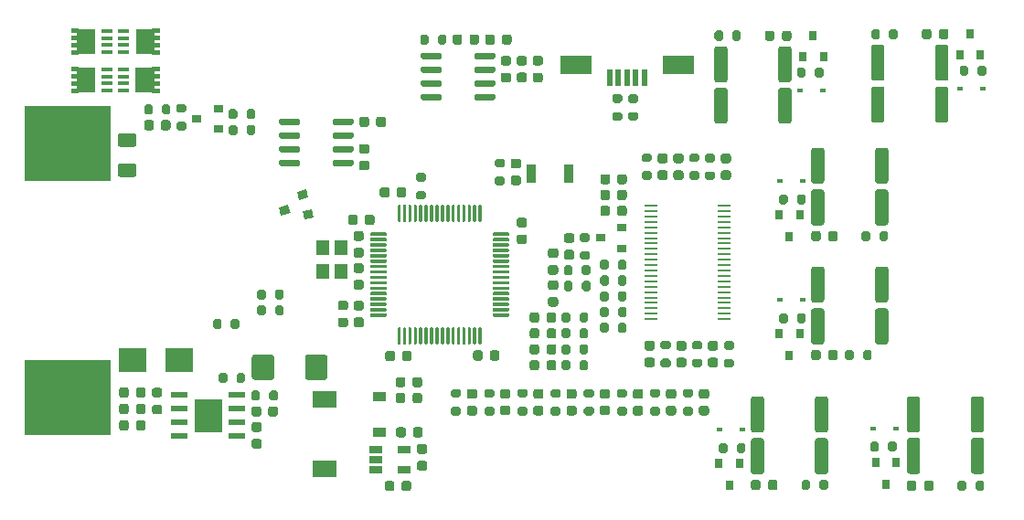
<source format=gbr>
%TF.GenerationSoftware,KiCad,Pcbnew,(5.1.10)-1*%
%TF.CreationDate,2022-01-24T02:12:41+01:00*%
%TF.ProjectId,BMS_LV_2022,424d535f-4c56-45f3-9230-32322e6b6963,rev?*%
%TF.SameCoordinates,Original*%
%TF.FileFunction,Paste,Top*%
%TF.FilePolarity,Positive*%
%FSLAX46Y46*%
G04 Gerber Fmt 4.6, Leading zero omitted, Abs format (unit mm)*
G04 Created by KiCad (PCBNEW (5.1.10)-1) date 2022-01-24 02:12:41*
%MOMM*%
%LPD*%
G01*
G04 APERTURE LIST*
%ADD10R,8.000000X7.000000*%
%ADD11C,0.100000*%
%ADD12R,0.990000X0.405000*%
%ADD13R,1.200000X1.400000*%
%ADD14R,2.200000X1.500000*%
%ADD15R,0.900000X1.700000*%
%ADD16R,1.200000X0.900000*%
%ADD17R,1.220000X0.650000*%
%ADD18R,0.600000X0.450000*%
%ADD19R,1.550000X0.600000*%
%ADD20R,2.600000X3.100000*%
%ADD21R,0.900000X0.800000*%
%ADD22R,0.800000X0.900000*%
%ADD23R,1.250000X0.250000*%
%ADD24R,0.500000X1.500000*%
%ADD25R,3.000000X1.800000*%
%ADD26R,2.500000X2.300000*%
G04 APERTURE END LIST*
%TO.C,R64*%
G36*
G01*
X171865303Y-115284200D02*
X171315303Y-115284200D01*
G75*
G02*
X171115303Y-115084200I0J200000D01*
G01*
X171115303Y-114684200D01*
G75*
G02*
X171315303Y-114484200I200000J0D01*
G01*
X171865303Y-114484200D01*
G75*
G02*
X172065303Y-114684200I0J-200000D01*
G01*
X172065303Y-115084200D01*
G75*
G02*
X171865303Y-115284200I-200000J0D01*
G01*
G37*
G36*
G01*
X171865303Y-116934200D02*
X171315303Y-116934200D01*
G75*
G02*
X171115303Y-116734200I0J200000D01*
G01*
X171115303Y-116334200D01*
G75*
G02*
X171315303Y-116134200I200000J0D01*
G01*
X171865303Y-116134200D01*
G75*
G02*
X172065303Y-116334200I0J-200000D01*
G01*
X172065303Y-116734200D01*
G75*
G02*
X171865303Y-116934200I-200000J0D01*
G01*
G37*
%TD*%
%TO.C,R63*%
G36*
G01*
X168817303Y-115284200D02*
X168267303Y-115284200D01*
G75*
G02*
X168067303Y-115084200I0J200000D01*
G01*
X168067303Y-114684200D01*
G75*
G02*
X168267303Y-114484200I200000J0D01*
G01*
X168817303Y-114484200D01*
G75*
G02*
X169017303Y-114684200I0J-200000D01*
G01*
X169017303Y-115084200D01*
G75*
G02*
X168817303Y-115284200I-200000J0D01*
G01*
G37*
G36*
G01*
X168817303Y-116934200D02*
X168267303Y-116934200D01*
G75*
G02*
X168067303Y-116734200I0J200000D01*
G01*
X168067303Y-116334200D01*
G75*
G02*
X168267303Y-116134200I200000J0D01*
G01*
X168817303Y-116134200D01*
G75*
G02*
X169017303Y-116334200I0J-200000D01*
G01*
X169017303Y-116734200D01*
G75*
G02*
X168817303Y-116934200I-200000J0D01*
G01*
G37*
%TD*%
%TO.C,C46*%
G36*
G01*
X172813503Y-116035000D02*
X173313503Y-116035000D01*
G75*
G02*
X173538503Y-116260000I0J-225000D01*
G01*
X173538503Y-116710000D01*
G75*
G02*
X173313503Y-116935000I-225000J0D01*
G01*
X172813503Y-116935000D01*
G75*
G02*
X172588503Y-116710000I0J225000D01*
G01*
X172588503Y-116260000D01*
G75*
G02*
X172813503Y-116035000I225000J0D01*
G01*
G37*
G36*
G01*
X172813503Y-114485000D02*
X173313503Y-114485000D01*
G75*
G02*
X173538503Y-114710000I0J-225000D01*
G01*
X173538503Y-115160000D01*
G75*
G02*
X173313503Y-115385000I-225000J0D01*
G01*
X172813503Y-115385000D01*
G75*
G02*
X172588503Y-115160000I0J225000D01*
G01*
X172588503Y-114710000D01*
G75*
G02*
X172813503Y-114485000I225000J0D01*
G01*
G37*
%TD*%
%TO.C,C45*%
G36*
G01*
X169765503Y-116035000D02*
X170265503Y-116035000D01*
G75*
G02*
X170490503Y-116260000I0J-225000D01*
G01*
X170490503Y-116710000D01*
G75*
G02*
X170265503Y-116935000I-225000J0D01*
G01*
X169765503Y-116935000D01*
G75*
G02*
X169540503Y-116710000I0J225000D01*
G01*
X169540503Y-116260000D01*
G75*
G02*
X169765503Y-116035000I225000J0D01*
G01*
G37*
G36*
G01*
X169765503Y-114485000D02*
X170265503Y-114485000D01*
G75*
G02*
X170490503Y-114710000I0J-225000D01*
G01*
X170490503Y-115160000D01*
G75*
G02*
X170265503Y-115385000I-225000J0D01*
G01*
X169765503Y-115385000D01*
G75*
G02*
X169540503Y-115160000I0J225000D01*
G01*
X169540503Y-114710000D01*
G75*
G02*
X169765503Y-114485000I225000J0D01*
G01*
G37*
%TD*%
%TO.C,R15*%
G36*
G01*
X129253903Y-108733000D02*
X129253903Y-108183000D01*
G75*
G02*
X129453903Y-107983000I200000J0D01*
G01*
X129853903Y-107983000D01*
G75*
G02*
X130053903Y-108183000I0J-200000D01*
G01*
X130053903Y-108733000D01*
G75*
G02*
X129853903Y-108933000I-200000J0D01*
G01*
X129453903Y-108933000D01*
G75*
G02*
X129253903Y-108733000I0J200000D01*
G01*
G37*
G36*
G01*
X127603903Y-108733000D02*
X127603903Y-108183000D01*
G75*
G02*
X127803903Y-107983000I200000J0D01*
G01*
X128203903Y-107983000D01*
G75*
G02*
X128403903Y-108183000I0J-200000D01*
G01*
X128403903Y-108733000D01*
G75*
G02*
X128203903Y-108933000I-200000J0D01*
G01*
X127803903Y-108933000D01*
G75*
G02*
X127603903Y-108733000I0J200000D01*
G01*
G37*
%TD*%
%TO.C,U4*%
G36*
G01*
X148790903Y-87302200D02*
X148790903Y-87602200D01*
G75*
G02*
X148640903Y-87752200I-150000J0D01*
G01*
X146990903Y-87752200D01*
G75*
G02*
X146840903Y-87602200I0J150000D01*
G01*
X146840903Y-87302200D01*
G75*
G02*
X146990903Y-87152200I150000J0D01*
G01*
X148640903Y-87152200D01*
G75*
G02*
X148790903Y-87302200I0J-150000D01*
G01*
G37*
G36*
G01*
X148790903Y-86032200D02*
X148790903Y-86332200D01*
G75*
G02*
X148640903Y-86482200I-150000J0D01*
G01*
X146990903Y-86482200D01*
G75*
G02*
X146840903Y-86332200I0J150000D01*
G01*
X146840903Y-86032200D01*
G75*
G02*
X146990903Y-85882200I150000J0D01*
G01*
X148640903Y-85882200D01*
G75*
G02*
X148790903Y-86032200I0J-150000D01*
G01*
G37*
G36*
G01*
X148790903Y-84762200D02*
X148790903Y-85062200D01*
G75*
G02*
X148640903Y-85212200I-150000J0D01*
G01*
X146990903Y-85212200D01*
G75*
G02*
X146840903Y-85062200I0J150000D01*
G01*
X146840903Y-84762200D01*
G75*
G02*
X146990903Y-84612200I150000J0D01*
G01*
X148640903Y-84612200D01*
G75*
G02*
X148790903Y-84762200I0J-150000D01*
G01*
G37*
G36*
G01*
X148790903Y-83492200D02*
X148790903Y-83792200D01*
G75*
G02*
X148640903Y-83942200I-150000J0D01*
G01*
X146990903Y-83942200D01*
G75*
G02*
X146840903Y-83792200I0J150000D01*
G01*
X146840903Y-83492200D01*
G75*
G02*
X146990903Y-83342200I150000J0D01*
G01*
X148640903Y-83342200D01*
G75*
G02*
X148790903Y-83492200I0J-150000D01*
G01*
G37*
G36*
G01*
X153740903Y-83492200D02*
X153740903Y-83792200D01*
G75*
G02*
X153590903Y-83942200I-150000J0D01*
G01*
X151940903Y-83942200D01*
G75*
G02*
X151790903Y-83792200I0J150000D01*
G01*
X151790903Y-83492200D01*
G75*
G02*
X151940903Y-83342200I150000J0D01*
G01*
X153590903Y-83342200D01*
G75*
G02*
X153740903Y-83492200I0J-150000D01*
G01*
G37*
G36*
G01*
X153740903Y-84762200D02*
X153740903Y-85062200D01*
G75*
G02*
X153590903Y-85212200I-150000J0D01*
G01*
X151940903Y-85212200D01*
G75*
G02*
X151790903Y-85062200I0J150000D01*
G01*
X151790903Y-84762200D01*
G75*
G02*
X151940903Y-84612200I150000J0D01*
G01*
X153590903Y-84612200D01*
G75*
G02*
X153740903Y-84762200I0J-150000D01*
G01*
G37*
G36*
G01*
X153740903Y-86032200D02*
X153740903Y-86332200D01*
G75*
G02*
X153590903Y-86482200I-150000J0D01*
G01*
X151940903Y-86482200D01*
G75*
G02*
X151790903Y-86332200I0J150000D01*
G01*
X151790903Y-86032200D01*
G75*
G02*
X151940903Y-85882200I150000J0D01*
G01*
X153590903Y-85882200D01*
G75*
G02*
X153740903Y-86032200I0J-150000D01*
G01*
G37*
G36*
G01*
X153740903Y-87302200D02*
X153740903Y-87602200D01*
G75*
G02*
X153590903Y-87752200I-150000J0D01*
G01*
X151940903Y-87752200D01*
G75*
G02*
X151790903Y-87602200I0J150000D01*
G01*
X151790903Y-87302200D01*
G75*
G02*
X151940903Y-87152200I150000J0D01*
G01*
X153590903Y-87152200D01*
G75*
G02*
X153740903Y-87302200I0J-150000D01*
G01*
G37*
%TD*%
%TO.C,R14*%
G36*
G01*
X133343303Y-107463000D02*
X133343303Y-106913000D01*
G75*
G02*
X133543303Y-106713000I200000J0D01*
G01*
X133943303Y-106713000D01*
G75*
G02*
X134143303Y-106913000I0J-200000D01*
G01*
X134143303Y-107463000D01*
G75*
G02*
X133943303Y-107663000I-200000J0D01*
G01*
X133543303Y-107663000D01*
G75*
G02*
X133343303Y-107463000I0J200000D01*
G01*
G37*
G36*
G01*
X131693303Y-107463000D02*
X131693303Y-106913000D01*
G75*
G02*
X131893303Y-106713000I200000J0D01*
G01*
X132293303Y-106713000D01*
G75*
G02*
X132493303Y-106913000I0J-200000D01*
G01*
X132493303Y-107463000D01*
G75*
G02*
X132293303Y-107663000I-200000J0D01*
G01*
X131893303Y-107663000D01*
G75*
G02*
X131693303Y-107463000I0J200000D01*
G01*
G37*
%TD*%
%TO.C,R13*%
G36*
G01*
X132493303Y-105439800D02*
X132493303Y-105989800D01*
G75*
G02*
X132293303Y-106189800I-200000J0D01*
G01*
X131893303Y-106189800D01*
G75*
G02*
X131693303Y-105989800I0J200000D01*
G01*
X131693303Y-105439800D01*
G75*
G02*
X131893303Y-105239800I200000J0D01*
G01*
X132293303Y-105239800D01*
G75*
G02*
X132493303Y-105439800I0J-200000D01*
G01*
G37*
G36*
G01*
X134143303Y-105439800D02*
X134143303Y-105989800D01*
G75*
G02*
X133943303Y-106189800I-200000J0D01*
G01*
X133543303Y-106189800D01*
G75*
G02*
X133343303Y-105989800I0J200000D01*
G01*
X133343303Y-105439800D01*
G75*
G02*
X133543303Y-105239800I200000J0D01*
G01*
X133943303Y-105239800D01*
G75*
G02*
X134143303Y-105439800I0J-200000D01*
G01*
G37*
%TD*%
D10*
%TO.C,J5*%
X114135503Y-115290600D03*
%TD*%
%TO.C,J4*%
X114135503Y-91694000D03*
%TD*%
D11*
%TO.C,Q12*%
G36*
X122694903Y-81508500D02*
G01*
X122184903Y-81508500D01*
X122184903Y-81763500D01*
X122694903Y-81763500D01*
X122694903Y-82168500D01*
X122184903Y-82168500D01*
X122184903Y-82423500D01*
X122694903Y-82423500D01*
X122694903Y-82828500D01*
X122184903Y-82828500D01*
X122184903Y-83083500D01*
X122694903Y-83083500D01*
X122694903Y-83491000D01*
X121934903Y-83491000D01*
X121934903Y-83413500D01*
X120459903Y-83413500D01*
X120459903Y-81178500D01*
X121934903Y-81178500D01*
X121934903Y-81101000D01*
X122694903Y-81101000D01*
X122694903Y-81508500D01*
G37*
D12*
X119329903Y-83286000D03*
X119329903Y-82626000D03*
X119329903Y-81966000D03*
X119329903Y-81306000D03*
%TD*%
D11*
%TO.C,Q11*%
G36*
X122656803Y-85064500D02*
G01*
X122146803Y-85064500D01*
X122146803Y-85319500D01*
X122656803Y-85319500D01*
X122656803Y-85724500D01*
X122146803Y-85724500D01*
X122146803Y-85979500D01*
X122656803Y-85979500D01*
X122656803Y-86384500D01*
X122146803Y-86384500D01*
X122146803Y-86639500D01*
X122656803Y-86639500D01*
X122656803Y-87047000D01*
X121896803Y-87047000D01*
X121896803Y-86969500D01*
X120421803Y-86969500D01*
X120421803Y-84734500D01*
X121896803Y-84734500D01*
X121896803Y-84657000D01*
X122656803Y-84657000D01*
X122656803Y-85064500D01*
G37*
D12*
X119291803Y-86842000D03*
X119291803Y-86182000D03*
X119291803Y-85522000D03*
X119291803Y-84862000D03*
%TD*%
D11*
%TO.C,Q9*%
G36*
X114439403Y-86639500D02*
G01*
X114949403Y-86639500D01*
X114949403Y-86384500D01*
X114439403Y-86384500D01*
X114439403Y-85979500D01*
X114949403Y-85979500D01*
X114949403Y-85724500D01*
X114439403Y-85724500D01*
X114439403Y-85319500D01*
X114949403Y-85319500D01*
X114949403Y-85064500D01*
X114439403Y-85064500D01*
X114439403Y-84657000D01*
X115199403Y-84657000D01*
X115199403Y-84734500D01*
X116674403Y-84734500D01*
X116674403Y-86969500D01*
X115199403Y-86969500D01*
X115199403Y-87047000D01*
X114439403Y-87047000D01*
X114439403Y-86639500D01*
G37*
D12*
X117804403Y-84862000D03*
X117804403Y-85522000D03*
X117804403Y-86182000D03*
X117804403Y-86842000D03*
%TD*%
D11*
%TO.C,Q8*%
G36*
X114439403Y-83083500D02*
G01*
X114949403Y-83083500D01*
X114949403Y-82828500D01*
X114439403Y-82828500D01*
X114439403Y-82423500D01*
X114949403Y-82423500D01*
X114949403Y-82168500D01*
X114439403Y-82168500D01*
X114439403Y-81763500D01*
X114949403Y-81763500D01*
X114949403Y-81508500D01*
X114439403Y-81508500D01*
X114439403Y-81101000D01*
X115199403Y-81101000D01*
X115199403Y-81178500D01*
X116674403Y-81178500D01*
X116674403Y-83413500D01*
X115199403Y-83413500D01*
X115199403Y-83491000D01*
X114439403Y-83491000D01*
X114439403Y-83083500D01*
G37*
D12*
X117804403Y-81306000D03*
X117804403Y-81966000D03*
X117804403Y-82626000D03*
X117804403Y-83286000D03*
%TD*%
D13*
%TO.C,Y1*%
X137733903Y-103546000D03*
X137733903Y-101346000D03*
X139433903Y-101346000D03*
X139433903Y-103546000D03*
%TD*%
%TO.C,R22*%
G36*
G01*
X197783903Y-118263398D02*
X197783903Y-115413396D01*
G75*
G02*
X198033902Y-115163397I249999J0D01*
G01*
X198758904Y-115163397D01*
G75*
G02*
X199008903Y-115413396I0J-249999D01*
G01*
X199008903Y-118263398D01*
G75*
G02*
X198758904Y-118513397I-249999J0D01*
G01*
X198033902Y-118513397D01*
G75*
G02*
X197783903Y-118263398I0J249999D01*
G01*
G37*
G36*
G01*
X191858903Y-118263398D02*
X191858903Y-115413396D01*
G75*
G02*
X192108902Y-115163397I249999J0D01*
G01*
X192833904Y-115163397D01*
G75*
G02*
X193083903Y-115413396I0J-249999D01*
G01*
X193083903Y-118263398D01*
G75*
G02*
X192833904Y-118513397I-249999J0D01*
G01*
X192108902Y-118513397D01*
G75*
G02*
X191858903Y-118263398I0J249999D01*
G01*
G37*
%TD*%
D14*
%TO.C,L2*%
X137922000Y-115443000D03*
X137922000Y-121843000D03*
%TD*%
D15*
%TO.C,SW1*%
X160502006Y-94538800D03*
X157102006Y-94538800D03*
%TD*%
%TO.C,C38*%
G36*
G01*
X133272500Y-111546200D02*
X133272500Y-113396200D01*
G75*
G02*
X133022500Y-113646200I-250000J0D01*
G01*
X131447500Y-113646200D01*
G75*
G02*
X131197500Y-113396200I0J250000D01*
G01*
X131197500Y-111546200D01*
G75*
G02*
X131447500Y-111296200I250000J0D01*
G01*
X133022500Y-111296200D01*
G75*
G02*
X133272500Y-111546200I0J-250000D01*
G01*
G37*
G36*
G01*
X138197500Y-111546200D02*
X138197500Y-113396200D01*
G75*
G02*
X137947500Y-113646200I-250000J0D01*
G01*
X136372500Y-113646200D01*
G75*
G02*
X136122500Y-113396200I0J250000D01*
G01*
X136122500Y-111546200D01*
G75*
G02*
X136372500Y-111296200I250000J0D01*
G01*
X137947500Y-111296200D01*
G75*
G02*
X138197500Y-111546200I0J-250000D01*
G01*
G37*
%TD*%
D16*
%TO.C,D20*%
X143002000Y-115189000D03*
X143002000Y-118489000D03*
%TD*%
%TO.C,F1*%
G36*
G01*
X120272303Y-92039600D02*
X119022303Y-92039600D01*
G75*
G02*
X118772303Y-91789600I0J250000D01*
G01*
X118772303Y-91039600D01*
G75*
G02*
X119022303Y-90789600I250000J0D01*
G01*
X120272303Y-90789600D01*
G75*
G02*
X120522303Y-91039600I0J-250000D01*
G01*
X120522303Y-91789600D01*
G75*
G02*
X120272303Y-92039600I-250000J0D01*
G01*
G37*
G36*
G01*
X120272303Y-94839600D02*
X119022303Y-94839600D01*
G75*
G02*
X118772303Y-94589600I0J250000D01*
G01*
X118772303Y-93839600D01*
G75*
G02*
X119022303Y-93589600I250000J0D01*
G01*
X120272303Y-93589600D01*
G75*
G02*
X120522303Y-93839600I0J-250000D01*
G01*
X120522303Y-94589600D01*
G75*
G02*
X120272303Y-94839600I-250000J0D01*
G01*
G37*
%TD*%
D17*
%TO.C,U2*%
X145328000Y-120081000D03*
X145328000Y-121981000D03*
X142708000Y-121981000D03*
X142708000Y-121031000D03*
X142708000Y-120081000D03*
%TD*%
%TO.C,C44*%
G36*
G01*
X144404503Y-123219400D02*
X144404503Y-123719400D01*
G75*
G02*
X144179503Y-123944400I-225000J0D01*
G01*
X143729503Y-123944400D01*
G75*
G02*
X143504503Y-123719400I0J225000D01*
G01*
X143504503Y-123219400D01*
G75*
G02*
X143729503Y-122994400I225000J0D01*
G01*
X144179503Y-122994400D01*
G75*
G02*
X144404503Y-123219400I0J-225000D01*
G01*
G37*
G36*
G01*
X145954503Y-123219400D02*
X145954503Y-123719400D01*
G75*
G02*
X145729503Y-123944400I-225000J0D01*
G01*
X145279503Y-123944400D01*
G75*
G02*
X145054503Y-123719400I0J225000D01*
G01*
X145054503Y-123219400D01*
G75*
G02*
X145279503Y-122994400I225000J0D01*
G01*
X145729503Y-122994400D01*
G75*
G02*
X145954503Y-123219400I0J-225000D01*
G01*
G37*
%TD*%
D18*
%TO.C,D17*%
X196795303Y-86690200D03*
X198895303Y-86690200D03*
%TD*%
%TO.C,D15*%
X181971283Y-86843203D03*
X184071283Y-86843203D03*
%TD*%
%TO.C,D13*%
X180078983Y-95223997D03*
X182178983Y-95223997D03*
%TD*%
%TO.C,D11*%
X182178983Y-106242517D03*
X180078983Y-106242517D03*
%TD*%
%TO.C,D9*%
X174511303Y-118274497D03*
X176611303Y-118274497D03*
%TD*%
%TO.C,D7*%
X188735303Y-118135400D03*
X190835303Y-118135400D03*
%TD*%
%TO.C,U5*%
G36*
G01*
X138664200Y-89883600D02*
X138664200Y-89583600D01*
G75*
G02*
X138814200Y-89433600I150000J0D01*
G01*
X140464200Y-89433600D01*
G75*
G02*
X140614200Y-89583600I0J-150000D01*
G01*
X140614200Y-89883600D01*
G75*
G02*
X140464200Y-90033600I-150000J0D01*
G01*
X138814200Y-90033600D01*
G75*
G02*
X138664200Y-89883600I0J150000D01*
G01*
G37*
G36*
G01*
X138664200Y-91153600D02*
X138664200Y-90853600D01*
G75*
G02*
X138814200Y-90703600I150000J0D01*
G01*
X140464200Y-90703600D01*
G75*
G02*
X140614200Y-90853600I0J-150000D01*
G01*
X140614200Y-91153600D01*
G75*
G02*
X140464200Y-91303600I-150000J0D01*
G01*
X138814200Y-91303600D01*
G75*
G02*
X138664200Y-91153600I0J150000D01*
G01*
G37*
G36*
G01*
X138664200Y-92423600D02*
X138664200Y-92123600D01*
G75*
G02*
X138814200Y-91973600I150000J0D01*
G01*
X140464200Y-91973600D01*
G75*
G02*
X140614200Y-92123600I0J-150000D01*
G01*
X140614200Y-92423600D01*
G75*
G02*
X140464200Y-92573600I-150000J0D01*
G01*
X138814200Y-92573600D01*
G75*
G02*
X138664200Y-92423600I0J150000D01*
G01*
G37*
G36*
G01*
X138664200Y-93693600D02*
X138664200Y-93393600D01*
G75*
G02*
X138814200Y-93243600I150000J0D01*
G01*
X140464200Y-93243600D01*
G75*
G02*
X140614200Y-93393600I0J-150000D01*
G01*
X140614200Y-93693600D01*
G75*
G02*
X140464200Y-93843600I-150000J0D01*
G01*
X138814200Y-93843600D01*
G75*
G02*
X138664200Y-93693600I0J150000D01*
G01*
G37*
G36*
G01*
X133714200Y-93693600D02*
X133714200Y-93393600D01*
G75*
G02*
X133864200Y-93243600I150000J0D01*
G01*
X135514200Y-93243600D01*
G75*
G02*
X135664200Y-93393600I0J-150000D01*
G01*
X135664200Y-93693600D01*
G75*
G02*
X135514200Y-93843600I-150000J0D01*
G01*
X133864200Y-93843600D01*
G75*
G02*
X133714200Y-93693600I0J150000D01*
G01*
G37*
G36*
G01*
X133714200Y-92423600D02*
X133714200Y-92123600D01*
G75*
G02*
X133864200Y-91973600I150000J0D01*
G01*
X135514200Y-91973600D01*
G75*
G02*
X135664200Y-92123600I0J-150000D01*
G01*
X135664200Y-92423600D01*
G75*
G02*
X135514200Y-92573600I-150000J0D01*
G01*
X133864200Y-92573600D01*
G75*
G02*
X133714200Y-92423600I0J150000D01*
G01*
G37*
G36*
G01*
X133714200Y-91153600D02*
X133714200Y-90853600D01*
G75*
G02*
X133864200Y-90703600I150000J0D01*
G01*
X135514200Y-90703600D01*
G75*
G02*
X135664200Y-90853600I0J-150000D01*
G01*
X135664200Y-91153600D01*
G75*
G02*
X135514200Y-91303600I-150000J0D01*
G01*
X133864200Y-91303600D01*
G75*
G02*
X133714200Y-91153600I0J150000D01*
G01*
G37*
G36*
G01*
X133714200Y-89883600D02*
X133714200Y-89583600D01*
G75*
G02*
X133864200Y-89433600I150000J0D01*
G01*
X135514200Y-89433600D01*
G75*
G02*
X135664200Y-89583600I0J-150000D01*
G01*
X135664200Y-89883600D01*
G75*
G02*
X135514200Y-90033600I-150000J0D01*
G01*
X133864200Y-90033600D01*
G75*
G02*
X133714200Y-89883600I0J150000D01*
G01*
G37*
%TD*%
D19*
%TO.C,U3*%
X129842000Y-118857000D03*
X129842000Y-117587000D03*
X129842000Y-116317000D03*
X129842000Y-115047000D03*
X124442000Y-115047000D03*
X124442000Y-116317000D03*
X124442000Y-117587000D03*
X124442000Y-118857000D03*
D20*
X127142000Y-116952000D03*
%TD*%
%TO.C,U1*%
G36*
G01*
X144690000Y-98911000D02*
X144690000Y-97511000D01*
G75*
G02*
X144765000Y-97436000I75000J0D01*
G01*
X144915000Y-97436000D01*
G75*
G02*
X144990000Y-97511000I0J-75000D01*
G01*
X144990000Y-98911000D01*
G75*
G02*
X144915000Y-98986000I-75000J0D01*
G01*
X144765000Y-98986000D01*
G75*
G02*
X144690000Y-98911000I0J75000D01*
G01*
G37*
G36*
G01*
X145190000Y-98911000D02*
X145190000Y-97511000D01*
G75*
G02*
X145265000Y-97436000I75000J0D01*
G01*
X145415000Y-97436000D01*
G75*
G02*
X145490000Y-97511000I0J-75000D01*
G01*
X145490000Y-98911000D01*
G75*
G02*
X145415000Y-98986000I-75000J0D01*
G01*
X145265000Y-98986000D01*
G75*
G02*
X145190000Y-98911000I0J75000D01*
G01*
G37*
G36*
G01*
X145690000Y-98911000D02*
X145690000Y-97511000D01*
G75*
G02*
X145765000Y-97436000I75000J0D01*
G01*
X145915000Y-97436000D01*
G75*
G02*
X145990000Y-97511000I0J-75000D01*
G01*
X145990000Y-98911000D01*
G75*
G02*
X145915000Y-98986000I-75000J0D01*
G01*
X145765000Y-98986000D01*
G75*
G02*
X145690000Y-98911000I0J75000D01*
G01*
G37*
G36*
G01*
X146190000Y-98911000D02*
X146190000Y-97511000D01*
G75*
G02*
X146265000Y-97436000I75000J0D01*
G01*
X146415000Y-97436000D01*
G75*
G02*
X146490000Y-97511000I0J-75000D01*
G01*
X146490000Y-98911000D01*
G75*
G02*
X146415000Y-98986000I-75000J0D01*
G01*
X146265000Y-98986000D01*
G75*
G02*
X146190000Y-98911000I0J75000D01*
G01*
G37*
G36*
G01*
X146690000Y-98911000D02*
X146690000Y-97511000D01*
G75*
G02*
X146765000Y-97436000I75000J0D01*
G01*
X146915000Y-97436000D01*
G75*
G02*
X146990000Y-97511000I0J-75000D01*
G01*
X146990000Y-98911000D01*
G75*
G02*
X146915000Y-98986000I-75000J0D01*
G01*
X146765000Y-98986000D01*
G75*
G02*
X146690000Y-98911000I0J75000D01*
G01*
G37*
G36*
G01*
X147190000Y-98911000D02*
X147190000Y-97511000D01*
G75*
G02*
X147265000Y-97436000I75000J0D01*
G01*
X147415000Y-97436000D01*
G75*
G02*
X147490000Y-97511000I0J-75000D01*
G01*
X147490000Y-98911000D01*
G75*
G02*
X147415000Y-98986000I-75000J0D01*
G01*
X147265000Y-98986000D01*
G75*
G02*
X147190000Y-98911000I0J75000D01*
G01*
G37*
G36*
G01*
X147690000Y-98911000D02*
X147690000Y-97511000D01*
G75*
G02*
X147765000Y-97436000I75000J0D01*
G01*
X147915000Y-97436000D01*
G75*
G02*
X147990000Y-97511000I0J-75000D01*
G01*
X147990000Y-98911000D01*
G75*
G02*
X147915000Y-98986000I-75000J0D01*
G01*
X147765000Y-98986000D01*
G75*
G02*
X147690000Y-98911000I0J75000D01*
G01*
G37*
G36*
G01*
X148190000Y-98911000D02*
X148190000Y-97511000D01*
G75*
G02*
X148265000Y-97436000I75000J0D01*
G01*
X148415000Y-97436000D01*
G75*
G02*
X148490000Y-97511000I0J-75000D01*
G01*
X148490000Y-98911000D01*
G75*
G02*
X148415000Y-98986000I-75000J0D01*
G01*
X148265000Y-98986000D01*
G75*
G02*
X148190000Y-98911000I0J75000D01*
G01*
G37*
G36*
G01*
X148690000Y-98911000D02*
X148690000Y-97511000D01*
G75*
G02*
X148765000Y-97436000I75000J0D01*
G01*
X148915000Y-97436000D01*
G75*
G02*
X148990000Y-97511000I0J-75000D01*
G01*
X148990000Y-98911000D01*
G75*
G02*
X148915000Y-98986000I-75000J0D01*
G01*
X148765000Y-98986000D01*
G75*
G02*
X148690000Y-98911000I0J75000D01*
G01*
G37*
G36*
G01*
X149190000Y-98911000D02*
X149190000Y-97511000D01*
G75*
G02*
X149265000Y-97436000I75000J0D01*
G01*
X149415000Y-97436000D01*
G75*
G02*
X149490000Y-97511000I0J-75000D01*
G01*
X149490000Y-98911000D01*
G75*
G02*
X149415000Y-98986000I-75000J0D01*
G01*
X149265000Y-98986000D01*
G75*
G02*
X149190000Y-98911000I0J75000D01*
G01*
G37*
G36*
G01*
X149690000Y-98911000D02*
X149690000Y-97511000D01*
G75*
G02*
X149765000Y-97436000I75000J0D01*
G01*
X149915000Y-97436000D01*
G75*
G02*
X149990000Y-97511000I0J-75000D01*
G01*
X149990000Y-98911000D01*
G75*
G02*
X149915000Y-98986000I-75000J0D01*
G01*
X149765000Y-98986000D01*
G75*
G02*
X149690000Y-98911000I0J75000D01*
G01*
G37*
G36*
G01*
X150190000Y-98911000D02*
X150190000Y-97511000D01*
G75*
G02*
X150265000Y-97436000I75000J0D01*
G01*
X150415000Y-97436000D01*
G75*
G02*
X150490000Y-97511000I0J-75000D01*
G01*
X150490000Y-98911000D01*
G75*
G02*
X150415000Y-98986000I-75000J0D01*
G01*
X150265000Y-98986000D01*
G75*
G02*
X150190000Y-98911000I0J75000D01*
G01*
G37*
G36*
G01*
X150690000Y-98911000D02*
X150690000Y-97511000D01*
G75*
G02*
X150765000Y-97436000I75000J0D01*
G01*
X150915000Y-97436000D01*
G75*
G02*
X150990000Y-97511000I0J-75000D01*
G01*
X150990000Y-98911000D01*
G75*
G02*
X150915000Y-98986000I-75000J0D01*
G01*
X150765000Y-98986000D01*
G75*
G02*
X150690000Y-98911000I0J75000D01*
G01*
G37*
G36*
G01*
X151190000Y-98911000D02*
X151190000Y-97511000D01*
G75*
G02*
X151265000Y-97436000I75000J0D01*
G01*
X151415000Y-97436000D01*
G75*
G02*
X151490000Y-97511000I0J-75000D01*
G01*
X151490000Y-98911000D01*
G75*
G02*
X151415000Y-98986000I-75000J0D01*
G01*
X151265000Y-98986000D01*
G75*
G02*
X151190000Y-98911000I0J75000D01*
G01*
G37*
G36*
G01*
X151690000Y-98911000D02*
X151690000Y-97511000D01*
G75*
G02*
X151765000Y-97436000I75000J0D01*
G01*
X151915000Y-97436000D01*
G75*
G02*
X151990000Y-97511000I0J-75000D01*
G01*
X151990000Y-98911000D01*
G75*
G02*
X151915000Y-98986000I-75000J0D01*
G01*
X151765000Y-98986000D01*
G75*
G02*
X151690000Y-98911000I0J75000D01*
G01*
G37*
G36*
G01*
X152190000Y-98911000D02*
X152190000Y-97511000D01*
G75*
G02*
X152265000Y-97436000I75000J0D01*
G01*
X152415000Y-97436000D01*
G75*
G02*
X152490000Y-97511000I0J-75000D01*
G01*
X152490000Y-98911000D01*
G75*
G02*
X152415000Y-98986000I-75000J0D01*
G01*
X152265000Y-98986000D01*
G75*
G02*
X152190000Y-98911000I0J75000D01*
G01*
G37*
G36*
G01*
X153490000Y-100211000D02*
X153490000Y-100061000D01*
G75*
G02*
X153565000Y-99986000I75000J0D01*
G01*
X154965000Y-99986000D01*
G75*
G02*
X155040000Y-100061000I0J-75000D01*
G01*
X155040000Y-100211000D01*
G75*
G02*
X154965000Y-100286000I-75000J0D01*
G01*
X153565000Y-100286000D01*
G75*
G02*
X153490000Y-100211000I0J75000D01*
G01*
G37*
G36*
G01*
X153490000Y-100711000D02*
X153490000Y-100561000D01*
G75*
G02*
X153565000Y-100486000I75000J0D01*
G01*
X154965000Y-100486000D01*
G75*
G02*
X155040000Y-100561000I0J-75000D01*
G01*
X155040000Y-100711000D01*
G75*
G02*
X154965000Y-100786000I-75000J0D01*
G01*
X153565000Y-100786000D01*
G75*
G02*
X153490000Y-100711000I0J75000D01*
G01*
G37*
G36*
G01*
X153490000Y-101211000D02*
X153490000Y-101061000D01*
G75*
G02*
X153565000Y-100986000I75000J0D01*
G01*
X154965000Y-100986000D01*
G75*
G02*
X155040000Y-101061000I0J-75000D01*
G01*
X155040000Y-101211000D01*
G75*
G02*
X154965000Y-101286000I-75000J0D01*
G01*
X153565000Y-101286000D01*
G75*
G02*
X153490000Y-101211000I0J75000D01*
G01*
G37*
G36*
G01*
X153490000Y-101711000D02*
X153490000Y-101561000D01*
G75*
G02*
X153565000Y-101486000I75000J0D01*
G01*
X154965000Y-101486000D01*
G75*
G02*
X155040000Y-101561000I0J-75000D01*
G01*
X155040000Y-101711000D01*
G75*
G02*
X154965000Y-101786000I-75000J0D01*
G01*
X153565000Y-101786000D01*
G75*
G02*
X153490000Y-101711000I0J75000D01*
G01*
G37*
G36*
G01*
X153490000Y-102211000D02*
X153490000Y-102061000D01*
G75*
G02*
X153565000Y-101986000I75000J0D01*
G01*
X154965000Y-101986000D01*
G75*
G02*
X155040000Y-102061000I0J-75000D01*
G01*
X155040000Y-102211000D01*
G75*
G02*
X154965000Y-102286000I-75000J0D01*
G01*
X153565000Y-102286000D01*
G75*
G02*
X153490000Y-102211000I0J75000D01*
G01*
G37*
G36*
G01*
X153490000Y-102711000D02*
X153490000Y-102561000D01*
G75*
G02*
X153565000Y-102486000I75000J0D01*
G01*
X154965000Y-102486000D01*
G75*
G02*
X155040000Y-102561000I0J-75000D01*
G01*
X155040000Y-102711000D01*
G75*
G02*
X154965000Y-102786000I-75000J0D01*
G01*
X153565000Y-102786000D01*
G75*
G02*
X153490000Y-102711000I0J75000D01*
G01*
G37*
G36*
G01*
X153490000Y-103211000D02*
X153490000Y-103061000D01*
G75*
G02*
X153565000Y-102986000I75000J0D01*
G01*
X154965000Y-102986000D01*
G75*
G02*
X155040000Y-103061000I0J-75000D01*
G01*
X155040000Y-103211000D01*
G75*
G02*
X154965000Y-103286000I-75000J0D01*
G01*
X153565000Y-103286000D01*
G75*
G02*
X153490000Y-103211000I0J75000D01*
G01*
G37*
G36*
G01*
X153490000Y-103711000D02*
X153490000Y-103561000D01*
G75*
G02*
X153565000Y-103486000I75000J0D01*
G01*
X154965000Y-103486000D01*
G75*
G02*
X155040000Y-103561000I0J-75000D01*
G01*
X155040000Y-103711000D01*
G75*
G02*
X154965000Y-103786000I-75000J0D01*
G01*
X153565000Y-103786000D01*
G75*
G02*
X153490000Y-103711000I0J75000D01*
G01*
G37*
G36*
G01*
X153490000Y-104211000D02*
X153490000Y-104061000D01*
G75*
G02*
X153565000Y-103986000I75000J0D01*
G01*
X154965000Y-103986000D01*
G75*
G02*
X155040000Y-104061000I0J-75000D01*
G01*
X155040000Y-104211000D01*
G75*
G02*
X154965000Y-104286000I-75000J0D01*
G01*
X153565000Y-104286000D01*
G75*
G02*
X153490000Y-104211000I0J75000D01*
G01*
G37*
G36*
G01*
X153490000Y-104711000D02*
X153490000Y-104561000D01*
G75*
G02*
X153565000Y-104486000I75000J0D01*
G01*
X154965000Y-104486000D01*
G75*
G02*
X155040000Y-104561000I0J-75000D01*
G01*
X155040000Y-104711000D01*
G75*
G02*
X154965000Y-104786000I-75000J0D01*
G01*
X153565000Y-104786000D01*
G75*
G02*
X153490000Y-104711000I0J75000D01*
G01*
G37*
G36*
G01*
X153490000Y-105211000D02*
X153490000Y-105061000D01*
G75*
G02*
X153565000Y-104986000I75000J0D01*
G01*
X154965000Y-104986000D01*
G75*
G02*
X155040000Y-105061000I0J-75000D01*
G01*
X155040000Y-105211000D01*
G75*
G02*
X154965000Y-105286000I-75000J0D01*
G01*
X153565000Y-105286000D01*
G75*
G02*
X153490000Y-105211000I0J75000D01*
G01*
G37*
G36*
G01*
X153490000Y-105711000D02*
X153490000Y-105561000D01*
G75*
G02*
X153565000Y-105486000I75000J0D01*
G01*
X154965000Y-105486000D01*
G75*
G02*
X155040000Y-105561000I0J-75000D01*
G01*
X155040000Y-105711000D01*
G75*
G02*
X154965000Y-105786000I-75000J0D01*
G01*
X153565000Y-105786000D01*
G75*
G02*
X153490000Y-105711000I0J75000D01*
G01*
G37*
G36*
G01*
X153490000Y-106211000D02*
X153490000Y-106061000D01*
G75*
G02*
X153565000Y-105986000I75000J0D01*
G01*
X154965000Y-105986000D01*
G75*
G02*
X155040000Y-106061000I0J-75000D01*
G01*
X155040000Y-106211000D01*
G75*
G02*
X154965000Y-106286000I-75000J0D01*
G01*
X153565000Y-106286000D01*
G75*
G02*
X153490000Y-106211000I0J75000D01*
G01*
G37*
G36*
G01*
X153490000Y-106711000D02*
X153490000Y-106561000D01*
G75*
G02*
X153565000Y-106486000I75000J0D01*
G01*
X154965000Y-106486000D01*
G75*
G02*
X155040000Y-106561000I0J-75000D01*
G01*
X155040000Y-106711000D01*
G75*
G02*
X154965000Y-106786000I-75000J0D01*
G01*
X153565000Y-106786000D01*
G75*
G02*
X153490000Y-106711000I0J75000D01*
G01*
G37*
G36*
G01*
X153490000Y-107211000D02*
X153490000Y-107061000D01*
G75*
G02*
X153565000Y-106986000I75000J0D01*
G01*
X154965000Y-106986000D01*
G75*
G02*
X155040000Y-107061000I0J-75000D01*
G01*
X155040000Y-107211000D01*
G75*
G02*
X154965000Y-107286000I-75000J0D01*
G01*
X153565000Y-107286000D01*
G75*
G02*
X153490000Y-107211000I0J75000D01*
G01*
G37*
G36*
G01*
X153490000Y-107711000D02*
X153490000Y-107561000D01*
G75*
G02*
X153565000Y-107486000I75000J0D01*
G01*
X154965000Y-107486000D01*
G75*
G02*
X155040000Y-107561000I0J-75000D01*
G01*
X155040000Y-107711000D01*
G75*
G02*
X154965000Y-107786000I-75000J0D01*
G01*
X153565000Y-107786000D01*
G75*
G02*
X153490000Y-107711000I0J75000D01*
G01*
G37*
G36*
G01*
X152190000Y-110261000D02*
X152190000Y-108861000D01*
G75*
G02*
X152265000Y-108786000I75000J0D01*
G01*
X152415000Y-108786000D01*
G75*
G02*
X152490000Y-108861000I0J-75000D01*
G01*
X152490000Y-110261000D01*
G75*
G02*
X152415000Y-110336000I-75000J0D01*
G01*
X152265000Y-110336000D01*
G75*
G02*
X152190000Y-110261000I0J75000D01*
G01*
G37*
G36*
G01*
X151690000Y-110261000D02*
X151690000Y-108861000D01*
G75*
G02*
X151765000Y-108786000I75000J0D01*
G01*
X151915000Y-108786000D01*
G75*
G02*
X151990000Y-108861000I0J-75000D01*
G01*
X151990000Y-110261000D01*
G75*
G02*
X151915000Y-110336000I-75000J0D01*
G01*
X151765000Y-110336000D01*
G75*
G02*
X151690000Y-110261000I0J75000D01*
G01*
G37*
G36*
G01*
X151190000Y-110261000D02*
X151190000Y-108861000D01*
G75*
G02*
X151265000Y-108786000I75000J0D01*
G01*
X151415000Y-108786000D01*
G75*
G02*
X151490000Y-108861000I0J-75000D01*
G01*
X151490000Y-110261000D01*
G75*
G02*
X151415000Y-110336000I-75000J0D01*
G01*
X151265000Y-110336000D01*
G75*
G02*
X151190000Y-110261000I0J75000D01*
G01*
G37*
G36*
G01*
X150690000Y-110261000D02*
X150690000Y-108861000D01*
G75*
G02*
X150765000Y-108786000I75000J0D01*
G01*
X150915000Y-108786000D01*
G75*
G02*
X150990000Y-108861000I0J-75000D01*
G01*
X150990000Y-110261000D01*
G75*
G02*
X150915000Y-110336000I-75000J0D01*
G01*
X150765000Y-110336000D01*
G75*
G02*
X150690000Y-110261000I0J75000D01*
G01*
G37*
G36*
G01*
X150190000Y-110261000D02*
X150190000Y-108861000D01*
G75*
G02*
X150265000Y-108786000I75000J0D01*
G01*
X150415000Y-108786000D01*
G75*
G02*
X150490000Y-108861000I0J-75000D01*
G01*
X150490000Y-110261000D01*
G75*
G02*
X150415000Y-110336000I-75000J0D01*
G01*
X150265000Y-110336000D01*
G75*
G02*
X150190000Y-110261000I0J75000D01*
G01*
G37*
G36*
G01*
X149690000Y-110261000D02*
X149690000Y-108861000D01*
G75*
G02*
X149765000Y-108786000I75000J0D01*
G01*
X149915000Y-108786000D01*
G75*
G02*
X149990000Y-108861000I0J-75000D01*
G01*
X149990000Y-110261000D01*
G75*
G02*
X149915000Y-110336000I-75000J0D01*
G01*
X149765000Y-110336000D01*
G75*
G02*
X149690000Y-110261000I0J75000D01*
G01*
G37*
G36*
G01*
X149190000Y-110261000D02*
X149190000Y-108861000D01*
G75*
G02*
X149265000Y-108786000I75000J0D01*
G01*
X149415000Y-108786000D01*
G75*
G02*
X149490000Y-108861000I0J-75000D01*
G01*
X149490000Y-110261000D01*
G75*
G02*
X149415000Y-110336000I-75000J0D01*
G01*
X149265000Y-110336000D01*
G75*
G02*
X149190000Y-110261000I0J75000D01*
G01*
G37*
G36*
G01*
X148690000Y-110261000D02*
X148690000Y-108861000D01*
G75*
G02*
X148765000Y-108786000I75000J0D01*
G01*
X148915000Y-108786000D01*
G75*
G02*
X148990000Y-108861000I0J-75000D01*
G01*
X148990000Y-110261000D01*
G75*
G02*
X148915000Y-110336000I-75000J0D01*
G01*
X148765000Y-110336000D01*
G75*
G02*
X148690000Y-110261000I0J75000D01*
G01*
G37*
G36*
G01*
X148190000Y-110261000D02*
X148190000Y-108861000D01*
G75*
G02*
X148265000Y-108786000I75000J0D01*
G01*
X148415000Y-108786000D01*
G75*
G02*
X148490000Y-108861000I0J-75000D01*
G01*
X148490000Y-110261000D01*
G75*
G02*
X148415000Y-110336000I-75000J0D01*
G01*
X148265000Y-110336000D01*
G75*
G02*
X148190000Y-110261000I0J75000D01*
G01*
G37*
G36*
G01*
X147690000Y-110261000D02*
X147690000Y-108861000D01*
G75*
G02*
X147765000Y-108786000I75000J0D01*
G01*
X147915000Y-108786000D01*
G75*
G02*
X147990000Y-108861000I0J-75000D01*
G01*
X147990000Y-110261000D01*
G75*
G02*
X147915000Y-110336000I-75000J0D01*
G01*
X147765000Y-110336000D01*
G75*
G02*
X147690000Y-110261000I0J75000D01*
G01*
G37*
G36*
G01*
X147190000Y-110261000D02*
X147190000Y-108861000D01*
G75*
G02*
X147265000Y-108786000I75000J0D01*
G01*
X147415000Y-108786000D01*
G75*
G02*
X147490000Y-108861000I0J-75000D01*
G01*
X147490000Y-110261000D01*
G75*
G02*
X147415000Y-110336000I-75000J0D01*
G01*
X147265000Y-110336000D01*
G75*
G02*
X147190000Y-110261000I0J75000D01*
G01*
G37*
G36*
G01*
X146690000Y-110261000D02*
X146690000Y-108861000D01*
G75*
G02*
X146765000Y-108786000I75000J0D01*
G01*
X146915000Y-108786000D01*
G75*
G02*
X146990000Y-108861000I0J-75000D01*
G01*
X146990000Y-110261000D01*
G75*
G02*
X146915000Y-110336000I-75000J0D01*
G01*
X146765000Y-110336000D01*
G75*
G02*
X146690000Y-110261000I0J75000D01*
G01*
G37*
G36*
G01*
X146190000Y-110261000D02*
X146190000Y-108861000D01*
G75*
G02*
X146265000Y-108786000I75000J0D01*
G01*
X146415000Y-108786000D01*
G75*
G02*
X146490000Y-108861000I0J-75000D01*
G01*
X146490000Y-110261000D01*
G75*
G02*
X146415000Y-110336000I-75000J0D01*
G01*
X146265000Y-110336000D01*
G75*
G02*
X146190000Y-110261000I0J75000D01*
G01*
G37*
G36*
G01*
X145690000Y-110261000D02*
X145690000Y-108861000D01*
G75*
G02*
X145765000Y-108786000I75000J0D01*
G01*
X145915000Y-108786000D01*
G75*
G02*
X145990000Y-108861000I0J-75000D01*
G01*
X145990000Y-110261000D01*
G75*
G02*
X145915000Y-110336000I-75000J0D01*
G01*
X145765000Y-110336000D01*
G75*
G02*
X145690000Y-110261000I0J75000D01*
G01*
G37*
G36*
G01*
X145190000Y-110261000D02*
X145190000Y-108861000D01*
G75*
G02*
X145265000Y-108786000I75000J0D01*
G01*
X145415000Y-108786000D01*
G75*
G02*
X145490000Y-108861000I0J-75000D01*
G01*
X145490000Y-110261000D01*
G75*
G02*
X145415000Y-110336000I-75000J0D01*
G01*
X145265000Y-110336000D01*
G75*
G02*
X145190000Y-110261000I0J75000D01*
G01*
G37*
G36*
G01*
X144690000Y-110261000D02*
X144690000Y-108861000D01*
G75*
G02*
X144765000Y-108786000I75000J0D01*
G01*
X144915000Y-108786000D01*
G75*
G02*
X144990000Y-108861000I0J-75000D01*
G01*
X144990000Y-110261000D01*
G75*
G02*
X144915000Y-110336000I-75000J0D01*
G01*
X144765000Y-110336000D01*
G75*
G02*
X144690000Y-110261000I0J75000D01*
G01*
G37*
G36*
G01*
X142140000Y-107711000D02*
X142140000Y-107561000D01*
G75*
G02*
X142215000Y-107486000I75000J0D01*
G01*
X143615000Y-107486000D01*
G75*
G02*
X143690000Y-107561000I0J-75000D01*
G01*
X143690000Y-107711000D01*
G75*
G02*
X143615000Y-107786000I-75000J0D01*
G01*
X142215000Y-107786000D01*
G75*
G02*
X142140000Y-107711000I0J75000D01*
G01*
G37*
G36*
G01*
X142140000Y-107211000D02*
X142140000Y-107061000D01*
G75*
G02*
X142215000Y-106986000I75000J0D01*
G01*
X143615000Y-106986000D01*
G75*
G02*
X143690000Y-107061000I0J-75000D01*
G01*
X143690000Y-107211000D01*
G75*
G02*
X143615000Y-107286000I-75000J0D01*
G01*
X142215000Y-107286000D01*
G75*
G02*
X142140000Y-107211000I0J75000D01*
G01*
G37*
G36*
G01*
X142140000Y-106711000D02*
X142140000Y-106561000D01*
G75*
G02*
X142215000Y-106486000I75000J0D01*
G01*
X143615000Y-106486000D01*
G75*
G02*
X143690000Y-106561000I0J-75000D01*
G01*
X143690000Y-106711000D01*
G75*
G02*
X143615000Y-106786000I-75000J0D01*
G01*
X142215000Y-106786000D01*
G75*
G02*
X142140000Y-106711000I0J75000D01*
G01*
G37*
G36*
G01*
X142140000Y-106211000D02*
X142140000Y-106061000D01*
G75*
G02*
X142215000Y-105986000I75000J0D01*
G01*
X143615000Y-105986000D01*
G75*
G02*
X143690000Y-106061000I0J-75000D01*
G01*
X143690000Y-106211000D01*
G75*
G02*
X143615000Y-106286000I-75000J0D01*
G01*
X142215000Y-106286000D01*
G75*
G02*
X142140000Y-106211000I0J75000D01*
G01*
G37*
G36*
G01*
X142140000Y-105711000D02*
X142140000Y-105561000D01*
G75*
G02*
X142215000Y-105486000I75000J0D01*
G01*
X143615000Y-105486000D01*
G75*
G02*
X143690000Y-105561000I0J-75000D01*
G01*
X143690000Y-105711000D01*
G75*
G02*
X143615000Y-105786000I-75000J0D01*
G01*
X142215000Y-105786000D01*
G75*
G02*
X142140000Y-105711000I0J75000D01*
G01*
G37*
G36*
G01*
X142140000Y-105211000D02*
X142140000Y-105061000D01*
G75*
G02*
X142215000Y-104986000I75000J0D01*
G01*
X143615000Y-104986000D01*
G75*
G02*
X143690000Y-105061000I0J-75000D01*
G01*
X143690000Y-105211000D01*
G75*
G02*
X143615000Y-105286000I-75000J0D01*
G01*
X142215000Y-105286000D01*
G75*
G02*
X142140000Y-105211000I0J75000D01*
G01*
G37*
G36*
G01*
X142140000Y-104711000D02*
X142140000Y-104561000D01*
G75*
G02*
X142215000Y-104486000I75000J0D01*
G01*
X143615000Y-104486000D01*
G75*
G02*
X143690000Y-104561000I0J-75000D01*
G01*
X143690000Y-104711000D01*
G75*
G02*
X143615000Y-104786000I-75000J0D01*
G01*
X142215000Y-104786000D01*
G75*
G02*
X142140000Y-104711000I0J75000D01*
G01*
G37*
G36*
G01*
X142140000Y-104211000D02*
X142140000Y-104061000D01*
G75*
G02*
X142215000Y-103986000I75000J0D01*
G01*
X143615000Y-103986000D01*
G75*
G02*
X143690000Y-104061000I0J-75000D01*
G01*
X143690000Y-104211000D01*
G75*
G02*
X143615000Y-104286000I-75000J0D01*
G01*
X142215000Y-104286000D01*
G75*
G02*
X142140000Y-104211000I0J75000D01*
G01*
G37*
G36*
G01*
X142140000Y-103711000D02*
X142140000Y-103561000D01*
G75*
G02*
X142215000Y-103486000I75000J0D01*
G01*
X143615000Y-103486000D01*
G75*
G02*
X143690000Y-103561000I0J-75000D01*
G01*
X143690000Y-103711000D01*
G75*
G02*
X143615000Y-103786000I-75000J0D01*
G01*
X142215000Y-103786000D01*
G75*
G02*
X142140000Y-103711000I0J75000D01*
G01*
G37*
G36*
G01*
X142140000Y-103211000D02*
X142140000Y-103061000D01*
G75*
G02*
X142215000Y-102986000I75000J0D01*
G01*
X143615000Y-102986000D01*
G75*
G02*
X143690000Y-103061000I0J-75000D01*
G01*
X143690000Y-103211000D01*
G75*
G02*
X143615000Y-103286000I-75000J0D01*
G01*
X142215000Y-103286000D01*
G75*
G02*
X142140000Y-103211000I0J75000D01*
G01*
G37*
G36*
G01*
X142140000Y-102711000D02*
X142140000Y-102561000D01*
G75*
G02*
X142215000Y-102486000I75000J0D01*
G01*
X143615000Y-102486000D01*
G75*
G02*
X143690000Y-102561000I0J-75000D01*
G01*
X143690000Y-102711000D01*
G75*
G02*
X143615000Y-102786000I-75000J0D01*
G01*
X142215000Y-102786000D01*
G75*
G02*
X142140000Y-102711000I0J75000D01*
G01*
G37*
G36*
G01*
X142140000Y-102211000D02*
X142140000Y-102061000D01*
G75*
G02*
X142215000Y-101986000I75000J0D01*
G01*
X143615000Y-101986000D01*
G75*
G02*
X143690000Y-102061000I0J-75000D01*
G01*
X143690000Y-102211000D01*
G75*
G02*
X143615000Y-102286000I-75000J0D01*
G01*
X142215000Y-102286000D01*
G75*
G02*
X142140000Y-102211000I0J75000D01*
G01*
G37*
G36*
G01*
X142140000Y-101711000D02*
X142140000Y-101561000D01*
G75*
G02*
X142215000Y-101486000I75000J0D01*
G01*
X143615000Y-101486000D01*
G75*
G02*
X143690000Y-101561000I0J-75000D01*
G01*
X143690000Y-101711000D01*
G75*
G02*
X143615000Y-101786000I-75000J0D01*
G01*
X142215000Y-101786000D01*
G75*
G02*
X142140000Y-101711000I0J75000D01*
G01*
G37*
G36*
G01*
X142140000Y-101211000D02*
X142140000Y-101061000D01*
G75*
G02*
X142215000Y-100986000I75000J0D01*
G01*
X143615000Y-100986000D01*
G75*
G02*
X143690000Y-101061000I0J-75000D01*
G01*
X143690000Y-101211000D01*
G75*
G02*
X143615000Y-101286000I-75000J0D01*
G01*
X142215000Y-101286000D01*
G75*
G02*
X142140000Y-101211000I0J75000D01*
G01*
G37*
G36*
G01*
X142140000Y-100711000D02*
X142140000Y-100561000D01*
G75*
G02*
X142215000Y-100486000I75000J0D01*
G01*
X143615000Y-100486000D01*
G75*
G02*
X143690000Y-100561000I0J-75000D01*
G01*
X143690000Y-100711000D01*
G75*
G02*
X143615000Y-100786000I-75000J0D01*
G01*
X142215000Y-100786000D01*
G75*
G02*
X142140000Y-100711000I0J75000D01*
G01*
G37*
G36*
G01*
X142140000Y-100211000D02*
X142140000Y-100061000D01*
G75*
G02*
X142215000Y-99986000I75000J0D01*
G01*
X143615000Y-99986000D01*
G75*
G02*
X143690000Y-100061000I0J-75000D01*
G01*
X143690000Y-100211000D01*
G75*
G02*
X143615000Y-100286000I-75000J0D01*
G01*
X142215000Y-100286000D01*
G75*
G02*
X142140000Y-100211000I0J75000D01*
G01*
G37*
%TD*%
%TO.C,R62*%
G36*
G01*
X122865803Y-88857500D02*
X122865803Y-88307500D01*
G75*
G02*
X123065803Y-88107500I200000J0D01*
G01*
X123465803Y-88107500D01*
G75*
G02*
X123665803Y-88307500I0J-200000D01*
G01*
X123665803Y-88857500D01*
G75*
G02*
X123465803Y-89057500I-200000J0D01*
G01*
X123065803Y-89057500D01*
G75*
G02*
X122865803Y-88857500I0J200000D01*
G01*
G37*
G36*
G01*
X121215803Y-88857500D02*
X121215803Y-88307500D01*
G75*
G02*
X121415803Y-88107500I200000J0D01*
G01*
X121815803Y-88107500D01*
G75*
G02*
X122015803Y-88307500I0J-200000D01*
G01*
X122015803Y-88857500D01*
G75*
G02*
X121815803Y-89057500I-200000J0D01*
G01*
X121415803Y-89057500D01*
G75*
G02*
X121215803Y-88857500I0J200000D01*
G01*
G37*
%TD*%
%TO.C,R61*%
G36*
G01*
X124375500Y-89731900D02*
X124925500Y-89731900D01*
G75*
G02*
X125125500Y-89931900I0J-200000D01*
G01*
X125125500Y-90331900D01*
G75*
G02*
X124925500Y-90531900I-200000J0D01*
G01*
X124375500Y-90531900D01*
G75*
G02*
X124175500Y-90331900I0J200000D01*
G01*
X124175500Y-89931900D01*
G75*
G02*
X124375500Y-89731900I200000J0D01*
G01*
G37*
G36*
G01*
X124375500Y-88081900D02*
X124925500Y-88081900D01*
G75*
G02*
X125125500Y-88281900I0J-200000D01*
G01*
X125125500Y-88681900D01*
G75*
G02*
X124925500Y-88881900I-200000J0D01*
G01*
X124375500Y-88881900D01*
G75*
G02*
X124175500Y-88681900I0J200000D01*
G01*
X124175500Y-88281900D01*
G75*
G02*
X124375500Y-88081900I200000J0D01*
G01*
G37*
%TD*%
%TO.C,R60*%
G36*
G01*
X130702703Y-89289300D02*
X130702703Y-88739300D01*
G75*
G02*
X130902703Y-88539300I200000J0D01*
G01*
X131302703Y-88539300D01*
G75*
G02*
X131502703Y-88739300I0J-200000D01*
G01*
X131502703Y-89289300D01*
G75*
G02*
X131302703Y-89489300I-200000J0D01*
G01*
X130902703Y-89489300D01*
G75*
G02*
X130702703Y-89289300I0J200000D01*
G01*
G37*
G36*
G01*
X129052703Y-89289300D02*
X129052703Y-88739300D01*
G75*
G02*
X129252703Y-88539300I200000J0D01*
G01*
X129652703Y-88539300D01*
G75*
G02*
X129852703Y-88739300I0J-200000D01*
G01*
X129852703Y-89289300D01*
G75*
G02*
X129652703Y-89489300I-200000J0D01*
G01*
X129252703Y-89489300D01*
G75*
G02*
X129052703Y-89289300I0J200000D01*
G01*
G37*
%TD*%
%TO.C,R59*%
G36*
G01*
X130702100Y-90762500D02*
X130702100Y-90212500D01*
G75*
G02*
X130902100Y-90012500I200000J0D01*
G01*
X131302100Y-90012500D01*
G75*
G02*
X131502100Y-90212500I0J-200000D01*
G01*
X131502100Y-90762500D01*
G75*
G02*
X131302100Y-90962500I-200000J0D01*
G01*
X130902100Y-90962500D01*
G75*
G02*
X130702100Y-90762500I0J200000D01*
G01*
G37*
G36*
G01*
X129052100Y-90762500D02*
X129052100Y-90212500D01*
G75*
G02*
X129252100Y-90012500I200000J0D01*
G01*
X129652100Y-90012500D01*
G75*
G02*
X129852100Y-90212500I0J-200000D01*
G01*
X129852100Y-90762500D01*
G75*
G02*
X129652100Y-90962500I-200000J0D01*
G01*
X129252100Y-90962500D01*
G75*
G02*
X129052100Y-90762500I0J200000D01*
G01*
G37*
%TD*%
%TO.C,R58*%
G36*
G01*
X129775000Y-113736800D02*
X129775000Y-113186800D01*
G75*
G02*
X129975000Y-112986800I200000J0D01*
G01*
X130375000Y-112986800D01*
G75*
G02*
X130575000Y-113186800I0J-200000D01*
G01*
X130575000Y-113736800D01*
G75*
G02*
X130375000Y-113936800I-200000J0D01*
G01*
X129975000Y-113936800D01*
G75*
G02*
X129775000Y-113736800I0J200000D01*
G01*
G37*
G36*
G01*
X128125000Y-113736800D02*
X128125000Y-113186800D01*
G75*
G02*
X128325000Y-112986800I200000J0D01*
G01*
X128725000Y-112986800D01*
G75*
G02*
X128925000Y-113186800I0J-200000D01*
G01*
X128925000Y-113736800D01*
G75*
G02*
X128725000Y-113936800I-200000J0D01*
G01*
X128325000Y-113936800D01*
G75*
G02*
X128125000Y-113736800I0J200000D01*
G01*
G37*
%TD*%
%TO.C,R57*%
G36*
G01*
X131959903Y-114812400D02*
X131959903Y-115362400D01*
G75*
G02*
X131759903Y-115562400I-200000J0D01*
G01*
X131359903Y-115562400D01*
G75*
G02*
X131159903Y-115362400I0J200000D01*
G01*
X131159903Y-114812400D01*
G75*
G02*
X131359903Y-114612400I200000J0D01*
G01*
X131759903Y-114612400D01*
G75*
G02*
X131959903Y-114812400I0J-200000D01*
G01*
G37*
G36*
G01*
X133609903Y-114812400D02*
X133609903Y-115362400D01*
G75*
G02*
X133409903Y-115562400I-200000J0D01*
G01*
X133009903Y-115562400D01*
G75*
G02*
X132809903Y-115362400I0J200000D01*
G01*
X132809903Y-114812400D01*
G75*
G02*
X133009903Y-114612400I200000J0D01*
G01*
X133409903Y-114612400D01*
G75*
G02*
X133609903Y-114812400I0J-200000D01*
G01*
G37*
%TD*%
%TO.C,R56*%
G36*
G01*
X165756000Y-115284200D02*
X165206000Y-115284200D01*
G75*
G02*
X165006000Y-115084200I0J200000D01*
G01*
X165006000Y-114684200D01*
G75*
G02*
X165206000Y-114484200I200000J0D01*
G01*
X165756000Y-114484200D01*
G75*
G02*
X165956000Y-114684200I0J-200000D01*
G01*
X165956000Y-115084200D01*
G75*
G02*
X165756000Y-115284200I-200000J0D01*
G01*
G37*
G36*
G01*
X165756000Y-116934200D02*
X165206000Y-116934200D01*
G75*
G02*
X165006000Y-116734200I0J200000D01*
G01*
X165006000Y-116334200D01*
G75*
G02*
X165206000Y-116134200I200000J0D01*
G01*
X165756000Y-116134200D01*
G75*
G02*
X165956000Y-116334200I0J-200000D01*
G01*
X165956000Y-116734200D01*
G75*
G02*
X165756000Y-116934200I-200000J0D01*
G01*
G37*
%TD*%
%TO.C,R55*%
G36*
G01*
X162682600Y-115284200D02*
X162132600Y-115284200D01*
G75*
G02*
X161932600Y-115084200I0J200000D01*
G01*
X161932600Y-114684200D01*
G75*
G02*
X162132600Y-114484200I200000J0D01*
G01*
X162682600Y-114484200D01*
G75*
G02*
X162882600Y-114684200I0J-200000D01*
G01*
X162882600Y-115084200D01*
G75*
G02*
X162682600Y-115284200I-200000J0D01*
G01*
G37*
G36*
G01*
X162682600Y-116934200D02*
X162132600Y-116934200D01*
G75*
G02*
X161932600Y-116734200I0J200000D01*
G01*
X161932600Y-116334200D01*
G75*
G02*
X162132600Y-116134200I200000J0D01*
G01*
X162682600Y-116134200D01*
G75*
G02*
X162882600Y-116334200I0J-200000D01*
G01*
X162882600Y-116734200D01*
G75*
G02*
X162682600Y-116934200I-200000J0D01*
G01*
G37*
%TD*%
%TO.C,R54*%
G36*
G01*
X159609200Y-115284200D02*
X159059200Y-115284200D01*
G75*
G02*
X158859200Y-115084200I0J200000D01*
G01*
X158859200Y-114684200D01*
G75*
G02*
X159059200Y-114484200I200000J0D01*
G01*
X159609200Y-114484200D01*
G75*
G02*
X159809200Y-114684200I0J-200000D01*
G01*
X159809200Y-115084200D01*
G75*
G02*
X159609200Y-115284200I-200000J0D01*
G01*
G37*
G36*
G01*
X159609200Y-116934200D02*
X159059200Y-116934200D01*
G75*
G02*
X158859200Y-116734200I0J200000D01*
G01*
X158859200Y-116334200D01*
G75*
G02*
X159059200Y-116134200I200000J0D01*
G01*
X159609200Y-116134200D01*
G75*
G02*
X159809200Y-116334200I0J-200000D01*
G01*
X159809200Y-116734200D01*
G75*
G02*
X159609200Y-116934200I-200000J0D01*
G01*
G37*
%TD*%
%TO.C,R53*%
G36*
G01*
X156535800Y-115284200D02*
X155985800Y-115284200D01*
G75*
G02*
X155785800Y-115084200I0J200000D01*
G01*
X155785800Y-114684200D01*
G75*
G02*
X155985800Y-114484200I200000J0D01*
G01*
X156535800Y-114484200D01*
G75*
G02*
X156735800Y-114684200I0J-200000D01*
G01*
X156735800Y-115084200D01*
G75*
G02*
X156535800Y-115284200I-200000J0D01*
G01*
G37*
G36*
G01*
X156535800Y-116934200D02*
X155985800Y-116934200D01*
G75*
G02*
X155785800Y-116734200I0J200000D01*
G01*
X155785800Y-116334200D01*
G75*
G02*
X155985800Y-116134200I200000J0D01*
G01*
X156535800Y-116134200D01*
G75*
G02*
X156735800Y-116334200I0J-200000D01*
G01*
X156735800Y-116734200D01*
G75*
G02*
X156535800Y-116934200I-200000J0D01*
G01*
G37*
%TD*%
%TO.C,R52*%
G36*
G01*
X153462400Y-115284200D02*
X152912400Y-115284200D01*
G75*
G02*
X152712400Y-115084200I0J200000D01*
G01*
X152712400Y-114684200D01*
G75*
G02*
X152912400Y-114484200I200000J0D01*
G01*
X153462400Y-114484200D01*
G75*
G02*
X153662400Y-114684200I0J-200000D01*
G01*
X153662400Y-115084200D01*
G75*
G02*
X153462400Y-115284200I-200000J0D01*
G01*
G37*
G36*
G01*
X153462400Y-116934200D02*
X152912400Y-116934200D01*
G75*
G02*
X152712400Y-116734200I0J200000D01*
G01*
X152712400Y-116334200D01*
G75*
G02*
X152912400Y-116134200I200000J0D01*
G01*
X153462400Y-116134200D01*
G75*
G02*
X153662400Y-116334200I0J-200000D01*
G01*
X153662400Y-116734200D01*
G75*
G02*
X153462400Y-116934200I-200000J0D01*
G01*
G37*
%TD*%
%TO.C,R51*%
G36*
G01*
X150363600Y-115284200D02*
X149813600Y-115284200D01*
G75*
G02*
X149613600Y-115084200I0J200000D01*
G01*
X149613600Y-114684200D01*
G75*
G02*
X149813600Y-114484200I200000J0D01*
G01*
X150363600Y-114484200D01*
G75*
G02*
X150563600Y-114684200I0J-200000D01*
G01*
X150563600Y-115084200D01*
G75*
G02*
X150363600Y-115284200I-200000J0D01*
G01*
G37*
G36*
G01*
X150363600Y-116934200D02*
X149813600Y-116934200D01*
G75*
G02*
X149613600Y-116734200I0J200000D01*
G01*
X149613600Y-116334200D01*
G75*
G02*
X149813600Y-116134200I200000J0D01*
G01*
X150363600Y-116134200D01*
G75*
G02*
X150563600Y-116334200I0J-200000D01*
G01*
X150563600Y-116734200D01*
G75*
G02*
X150363600Y-116934200I-200000J0D01*
G01*
G37*
%TD*%
%TO.C,R50*%
G36*
G01*
X173897906Y-95120680D02*
X173347906Y-95120680D01*
G75*
G02*
X173147906Y-94920680I0J200000D01*
G01*
X173147906Y-94520680D01*
G75*
G02*
X173347906Y-94320680I200000J0D01*
G01*
X173897906Y-94320680D01*
G75*
G02*
X174097906Y-94520680I0J-200000D01*
G01*
X174097906Y-94920680D01*
G75*
G02*
X173897906Y-95120680I-200000J0D01*
G01*
G37*
G36*
G01*
X173897906Y-93470680D02*
X173347906Y-93470680D01*
G75*
G02*
X173147906Y-93270680I0J200000D01*
G01*
X173147906Y-92870680D01*
G75*
G02*
X173347906Y-92670680I200000J0D01*
G01*
X173897906Y-92670680D01*
G75*
G02*
X174097906Y-92870680I0J-200000D01*
G01*
X174097906Y-93270680D01*
G75*
G02*
X173897906Y-93470680I-200000J0D01*
G01*
G37*
%TD*%
%TO.C,R49*%
G36*
G01*
X196743703Y-85263400D02*
X196743703Y-84713400D01*
G75*
G02*
X196943703Y-84513400I200000J0D01*
G01*
X197343703Y-84513400D01*
G75*
G02*
X197543703Y-84713400I0J-200000D01*
G01*
X197543703Y-85263400D01*
G75*
G02*
X197343703Y-85463400I-200000J0D01*
G01*
X196943703Y-85463400D01*
G75*
G02*
X196743703Y-85263400I0J200000D01*
G01*
G37*
G36*
G01*
X198393703Y-85263400D02*
X198393703Y-84713400D01*
G75*
G02*
X198593703Y-84513400I200000J0D01*
G01*
X198993703Y-84513400D01*
G75*
G02*
X199193703Y-84713400I0J-200000D01*
G01*
X199193703Y-85263400D01*
G75*
G02*
X198993703Y-85463400I-200000J0D01*
G01*
X198593703Y-85463400D01*
G75*
G02*
X198393703Y-85263400I0J200000D01*
G01*
G37*
%TD*%
%TO.C,R48*%
G36*
G01*
X191013903Y-81325643D02*
X191013903Y-81875643D01*
G75*
G02*
X190813903Y-82075643I-200000J0D01*
G01*
X190413903Y-82075643D01*
G75*
G02*
X190213903Y-81875643I0J200000D01*
G01*
X190213903Y-81325643D01*
G75*
G02*
X190413903Y-81125643I200000J0D01*
G01*
X190813903Y-81125643D01*
G75*
G02*
X191013903Y-81325643I0J-200000D01*
G01*
G37*
G36*
G01*
X189363903Y-81325643D02*
X189363903Y-81875643D01*
G75*
G02*
X189163903Y-82075643I-200000J0D01*
G01*
X188763903Y-82075643D01*
G75*
G02*
X188563903Y-81875643I0J200000D01*
G01*
X188563903Y-81325643D01*
G75*
G02*
X188763903Y-81125643I200000J0D01*
G01*
X189163903Y-81125643D01*
G75*
G02*
X189363903Y-81325643I0J-200000D01*
G01*
G37*
%TD*%
%TO.C,R47*%
G36*
G01*
X195705423Y-82827402D02*
X195705423Y-85677404D01*
G75*
G02*
X195455424Y-85927403I-249999J0D01*
G01*
X194730422Y-85927403D01*
G75*
G02*
X194480423Y-85677404I0J249999D01*
G01*
X194480423Y-82827402D01*
G75*
G02*
X194730422Y-82577403I249999J0D01*
G01*
X195455424Y-82577403D01*
G75*
G02*
X195705423Y-82827402I0J-249999D01*
G01*
G37*
G36*
G01*
X189780423Y-82827402D02*
X189780423Y-85677404D01*
G75*
G02*
X189530424Y-85927403I-249999J0D01*
G01*
X188805422Y-85927403D01*
G75*
G02*
X188555423Y-85677404I0J249999D01*
G01*
X188555423Y-82827402D01*
G75*
G02*
X188805422Y-82577403I249999J0D01*
G01*
X189530424Y-82577403D01*
G75*
G02*
X189780423Y-82827402I0J-249999D01*
G01*
G37*
%TD*%
%TO.C,R46*%
G36*
G01*
X195704423Y-86700902D02*
X195704423Y-89550904D01*
G75*
G02*
X195454424Y-89800903I-249999J0D01*
G01*
X194729422Y-89800903D01*
G75*
G02*
X194479423Y-89550904I0J249999D01*
G01*
X194479423Y-86700902D01*
G75*
G02*
X194729422Y-86450903I249999J0D01*
G01*
X195454424Y-86450903D01*
G75*
G02*
X195704423Y-86700902I0J-249999D01*
G01*
G37*
G36*
G01*
X189779423Y-86700902D02*
X189779423Y-89550904D01*
G75*
G02*
X189529424Y-89800903I-249999J0D01*
G01*
X188804422Y-89800903D01*
G75*
G02*
X188554423Y-89550904I0J249999D01*
G01*
X188554423Y-86700902D01*
G75*
G02*
X188804422Y-86450903I249999J0D01*
G01*
X189529424Y-86450903D01*
G75*
G02*
X189779423Y-86700902I0J-249999D01*
G01*
G37*
%TD*%
%TO.C,R45*%
G36*
G01*
X172436803Y-95114997D02*
X171886803Y-95114997D01*
G75*
G02*
X171686803Y-94914997I0J200000D01*
G01*
X171686803Y-94514997D01*
G75*
G02*
X171886803Y-94314997I200000J0D01*
G01*
X172436803Y-94314997D01*
G75*
G02*
X172636803Y-94514997I0J-200000D01*
G01*
X172636803Y-94914997D01*
G75*
G02*
X172436803Y-95114997I-200000J0D01*
G01*
G37*
G36*
G01*
X172436803Y-93464997D02*
X171886803Y-93464997D01*
G75*
G02*
X171686803Y-93264997I0J200000D01*
G01*
X171686803Y-92864997D01*
G75*
G02*
X171886803Y-92664997I200000J0D01*
G01*
X172436803Y-92664997D01*
G75*
G02*
X172636803Y-92864997I0J-200000D01*
G01*
X172636803Y-93264997D01*
G75*
G02*
X172436803Y-93464997I-200000J0D01*
G01*
G37*
%TD*%
%TO.C,R44*%
G36*
G01*
X181675423Y-85434183D02*
X181675423Y-84884183D01*
G75*
G02*
X181875423Y-84684183I200000J0D01*
G01*
X182275423Y-84684183D01*
G75*
G02*
X182475423Y-84884183I0J-200000D01*
G01*
X182475423Y-85434183D01*
G75*
G02*
X182275423Y-85634183I-200000J0D01*
G01*
X181875423Y-85634183D01*
G75*
G02*
X181675423Y-85434183I0J200000D01*
G01*
G37*
G36*
G01*
X183325423Y-85434183D02*
X183325423Y-84884183D01*
G75*
G02*
X183525423Y-84684183I200000J0D01*
G01*
X183925423Y-84684183D01*
G75*
G02*
X184125423Y-84884183I0J-200000D01*
G01*
X184125423Y-85434183D01*
G75*
G02*
X183925423Y-85634183I-200000J0D01*
G01*
X183525423Y-85634183D01*
G75*
G02*
X183325423Y-85434183I0J200000D01*
G01*
G37*
%TD*%
%TO.C,R43*%
G36*
G01*
X176485103Y-81475503D02*
X176485103Y-82025503D01*
G75*
G02*
X176285103Y-82225503I-200000J0D01*
G01*
X175885103Y-82225503D01*
G75*
G02*
X175685103Y-82025503I0J200000D01*
G01*
X175685103Y-81475503D01*
G75*
G02*
X175885103Y-81275503I200000J0D01*
G01*
X176285103Y-81275503D01*
G75*
G02*
X176485103Y-81475503I0J-200000D01*
G01*
G37*
G36*
G01*
X174835103Y-81475503D02*
X174835103Y-82025503D01*
G75*
G02*
X174635103Y-82225503I-200000J0D01*
G01*
X174235103Y-82225503D01*
G75*
G02*
X174035103Y-82025503I0J200000D01*
G01*
X174035103Y-81475503D01*
G75*
G02*
X174235103Y-81275503I200000J0D01*
G01*
X174635103Y-81275503D01*
G75*
G02*
X174835103Y-81475503I0J-200000D01*
G01*
G37*
%TD*%
%TO.C,R42*%
G36*
G01*
X181174083Y-82979802D02*
X181174083Y-85829804D01*
G75*
G02*
X180924084Y-86079803I-249999J0D01*
G01*
X180199082Y-86079803D01*
G75*
G02*
X179949083Y-85829804I0J249999D01*
G01*
X179949083Y-82979802D01*
G75*
G02*
X180199082Y-82729803I249999J0D01*
G01*
X180924084Y-82729803D01*
G75*
G02*
X181174083Y-82979802I0J-249999D01*
G01*
G37*
G36*
G01*
X175249083Y-82979802D02*
X175249083Y-85829804D01*
G75*
G02*
X174999084Y-86079803I-249999J0D01*
G01*
X174274082Y-86079803D01*
G75*
G02*
X174024083Y-85829804I0J249999D01*
G01*
X174024083Y-82979802D01*
G75*
G02*
X174274082Y-82729803I249999J0D01*
G01*
X174999084Y-82729803D01*
G75*
G02*
X175249083Y-82979802I0J-249999D01*
G01*
G37*
%TD*%
%TO.C,R41*%
G36*
G01*
X181175503Y-86810402D02*
X181175503Y-89660404D01*
G75*
G02*
X180925504Y-89910403I-249999J0D01*
G01*
X180200502Y-89910403D01*
G75*
G02*
X179950503Y-89660404I0J249999D01*
G01*
X179950503Y-86810402D01*
G75*
G02*
X180200502Y-86560403I249999J0D01*
G01*
X180925504Y-86560403D01*
G75*
G02*
X181175503Y-86810402I0J-249999D01*
G01*
G37*
G36*
G01*
X175250503Y-86810402D02*
X175250503Y-89660404D01*
G75*
G02*
X175000504Y-89910403I-249999J0D01*
G01*
X174275502Y-89910403D01*
G75*
G02*
X174025503Y-89660404I0J249999D01*
G01*
X174025503Y-86810402D01*
G75*
G02*
X174275502Y-86560403I249999J0D01*
G01*
X175000504Y-86560403D01*
G75*
G02*
X175250503Y-86810402I0J-249999D01*
G01*
G37*
%TD*%
%TO.C,R40*%
G36*
G01*
X168034983Y-93464997D02*
X167484983Y-93464997D01*
G75*
G02*
X167284983Y-93264997I0J200000D01*
G01*
X167284983Y-92864997D01*
G75*
G02*
X167484983Y-92664997I200000J0D01*
G01*
X168034983Y-92664997D01*
G75*
G02*
X168234983Y-92864997I0J-200000D01*
G01*
X168234983Y-93264997D01*
G75*
G02*
X168034983Y-93464997I-200000J0D01*
G01*
G37*
G36*
G01*
X168034983Y-95114997D02*
X167484983Y-95114997D01*
G75*
G02*
X167284983Y-94914997I0J200000D01*
G01*
X167284983Y-94514997D01*
G75*
G02*
X167484983Y-94314997I200000J0D01*
G01*
X168034983Y-94314997D01*
G75*
G02*
X168234983Y-94514997I0J-200000D01*
G01*
X168234983Y-94914997D01*
G75*
G02*
X168034983Y-95114997I-200000J0D01*
G01*
G37*
%TD*%
%TO.C,R39*%
G36*
G01*
X180822883Y-96638097D02*
X180822883Y-97188097D01*
G75*
G02*
X180622883Y-97388097I-200000J0D01*
G01*
X180222883Y-97388097D01*
G75*
G02*
X180022883Y-97188097I0J200000D01*
G01*
X180022883Y-96638097D01*
G75*
G02*
X180222883Y-96438097I200000J0D01*
G01*
X180622883Y-96438097D01*
G75*
G02*
X180822883Y-96638097I0J-200000D01*
G01*
G37*
G36*
G01*
X182472883Y-96638097D02*
X182472883Y-97188097D01*
G75*
G02*
X182272883Y-97388097I-200000J0D01*
G01*
X181872883Y-97388097D01*
G75*
G02*
X181672883Y-97188097I0J200000D01*
G01*
X181672883Y-96638097D01*
G75*
G02*
X181872883Y-96438097I200000J0D01*
G01*
X182272883Y-96438097D01*
G75*
G02*
X182472883Y-96638097I0J-200000D01*
G01*
G37*
%TD*%
%TO.C,R38*%
G36*
G01*
X189323363Y-100586617D02*
X189323363Y-100036617D01*
G75*
G02*
X189523363Y-99836617I200000J0D01*
G01*
X189923363Y-99836617D01*
G75*
G02*
X190123363Y-100036617I0J-200000D01*
G01*
X190123363Y-100586617D01*
G75*
G02*
X189923363Y-100786617I-200000J0D01*
G01*
X189523363Y-100786617D01*
G75*
G02*
X189323363Y-100586617I0J200000D01*
G01*
G37*
G36*
G01*
X187673363Y-100586617D02*
X187673363Y-100036617D01*
G75*
G02*
X187873363Y-99836617I200000J0D01*
G01*
X188273363Y-99836617D01*
G75*
G02*
X188473363Y-100036617I0J-200000D01*
G01*
X188473363Y-100586617D01*
G75*
G02*
X188273363Y-100786617I-200000J0D01*
G01*
X187873363Y-100786617D01*
G75*
G02*
X187673363Y-100586617I0J200000D01*
G01*
G37*
%TD*%
%TO.C,R37*%
G36*
G01*
X188910383Y-99087398D02*
X188910383Y-96237396D01*
G75*
G02*
X189160382Y-95987397I249999J0D01*
G01*
X189885384Y-95987397D01*
G75*
G02*
X190135383Y-96237396I0J-249999D01*
G01*
X190135383Y-99087398D01*
G75*
G02*
X189885384Y-99337397I-249999J0D01*
G01*
X189160382Y-99337397D01*
G75*
G02*
X188910383Y-99087398I0J249999D01*
G01*
G37*
G36*
G01*
X182985383Y-99087398D02*
X182985383Y-96237396D01*
G75*
G02*
X183235382Y-95987397I249999J0D01*
G01*
X183960384Y-95987397D01*
G75*
G02*
X184210383Y-96237396I0J-249999D01*
G01*
X184210383Y-99087398D01*
G75*
G02*
X183960384Y-99337397I-249999J0D01*
G01*
X183235382Y-99337397D01*
G75*
G02*
X182985383Y-99087398I0J249999D01*
G01*
G37*
%TD*%
%TO.C,R36*%
G36*
G01*
X188910383Y-95218798D02*
X188910383Y-92368796D01*
G75*
G02*
X189160382Y-92118797I249999J0D01*
G01*
X189885384Y-92118797D01*
G75*
G02*
X190135383Y-92368796I0J-249999D01*
G01*
X190135383Y-95218798D01*
G75*
G02*
X189885384Y-95468797I-249999J0D01*
G01*
X189160382Y-95468797D01*
G75*
G02*
X188910383Y-95218798I0J249999D01*
G01*
G37*
G36*
G01*
X182985383Y-95218798D02*
X182985383Y-92368796D01*
G75*
G02*
X183235382Y-92118797I249999J0D01*
G01*
X183960384Y-92118797D01*
G75*
G02*
X184210383Y-92368796I0J-249999D01*
G01*
X184210383Y-95218798D01*
G75*
G02*
X183960384Y-95468797I-249999J0D01*
G01*
X183235382Y-95468797D01*
G75*
G02*
X182985383Y-95218798I0J249999D01*
G01*
G37*
%TD*%
%TO.C,R35*%
G36*
G01*
X169232503Y-110013800D02*
X169782503Y-110013800D01*
G75*
G02*
X169982503Y-110213800I0J-200000D01*
G01*
X169982503Y-110613800D01*
G75*
G02*
X169782503Y-110813800I-200000J0D01*
G01*
X169232503Y-110813800D01*
G75*
G02*
X169032503Y-110613800I0J200000D01*
G01*
X169032503Y-110213800D01*
G75*
G02*
X169232503Y-110013800I200000J0D01*
G01*
G37*
G36*
G01*
X169232503Y-111663800D02*
X169782503Y-111663800D01*
G75*
G02*
X169982503Y-111863800I0J-200000D01*
G01*
X169982503Y-112263800D01*
G75*
G02*
X169782503Y-112463800I-200000J0D01*
G01*
X169232503Y-112463800D01*
G75*
G02*
X169032503Y-112263800I0J200000D01*
G01*
X169032503Y-111863800D01*
G75*
G02*
X169232503Y-111663800I200000J0D01*
G01*
G37*
%TD*%
%TO.C,R34*%
G36*
G01*
X182472883Y-107656617D02*
X182472883Y-108206617D01*
G75*
G02*
X182272883Y-108406617I-200000J0D01*
G01*
X181872883Y-108406617D01*
G75*
G02*
X181672883Y-108206617I0J200000D01*
G01*
X181672883Y-107656617D01*
G75*
G02*
X181872883Y-107456617I200000J0D01*
G01*
X182272883Y-107456617D01*
G75*
G02*
X182472883Y-107656617I0J-200000D01*
G01*
G37*
G36*
G01*
X180822883Y-107656617D02*
X180822883Y-108206617D01*
G75*
G02*
X180622883Y-108406617I-200000J0D01*
G01*
X180222883Y-108406617D01*
G75*
G02*
X180022883Y-108206617I0J200000D01*
G01*
X180022883Y-107656617D01*
G75*
G02*
X180222883Y-107456617I200000J0D01*
G01*
X180622883Y-107456617D01*
G75*
G02*
X180822883Y-107656617I0J-200000D01*
G01*
G37*
%TD*%
%TO.C,R33*%
G36*
G01*
X186144283Y-111610217D02*
X186144283Y-111060217D01*
G75*
G02*
X186344283Y-110860217I200000J0D01*
G01*
X186744283Y-110860217D01*
G75*
G02*
X186944283Y-111060217I0J-200000D01*
G01*
X186944283Y-111610217D01*
G75*
G02*
X186744283Y-111810217I-200000J0D01*
G01*
X186344283Y-111810217D01*
G75*
G02*
X186144283Y-111610217I0J200000D01*
G01*
G37*
G36*
G01*
X187794283Y-111610217D02*
X187794283Y-111060217D01*
G75*
G02*
X187994283Y-110860217I200000J0D01*
G01*
X188394283Y-110860217D01*
G75*
G02*
X188594283Y-111060217I0J-200000D01*
G01*
X188594283Y-111610217D01*
G75*
G02*
X188394283Y-111810217I-200000J0D01*
G01*
X187994283Y-111810217D01*
G75*
G02*
X187794283Y-111610217I0J200000D01*
G01*
G37*
%TD*%
%TO.C,R32*%
G36*
G01*
X182984383Y-106232418D02*
X182984383Y-103382416D01*
G75*
G02*
X183234382Y-103132417I249999J0D01*
G01*
X183959384Y-103132417D01*
G75*
G02*
X184209383Y-103382416I0J-249999D01*
G01*
X184209383Y-106232418D01*
G75*
G02*
X183959384Y-106482417I-249999J0D01*
G01*
X183234382Y-106482417D01*
G75*
G02*
X182984383Y-106232418I0J249999D01*
G01*
G37*
G36*
G01*
X188909383Y-106232418D02*
X188909383Y-103382416D01*
G75*
G02*
X189159382Y-103132417I249999J0D01*
G01*
X189884384Y-103132417D01*
G75*
G02*
X190134383Y-103382416I0J-249999D01*
G01*
X190134383Y-106232418D01*
G75*
G02*
X189884384Y-106482417I-249999J0D01*
G01*
X189159382Y-106482417D01*
G75*
G02*
X188909383Y-106232418I0J249999D01*
G01*
G37*
%TD*%
%TO.C,R31*%
G36*
G01*
X182981483Y-110101618D02*
X182981483Y-107251616D01*
G75*
G02*
X183231482Y-107001617I249999J0D01*
G01*
X183956484Y-107001617D01*
G75*
G02*
X184206483Y-107251616I0J-249999D01*
G01*
X184206483Y-110101618D01*
G75*
G02*
X183956484Y-110351617I-249999J0D01*
G01*
X183231482Y-110351617D01*
G75*
G02*
X182981483Y-110101618I0J249999D01*
G01*
G37*
G36*
G01*
X188906483Y-110101618D02*
X188906483Y-107251616D01*
G75*
G02*
X189156482Y-107001617I249999J0D01*
G01*
X189881484Y-107001617D01*
G75*
G02*
X190131483Y-107251616I0J-249999D01*
G01*
X190131483Y-110101618D01*
G75*
G02*
X189881484Y-110351617I-249999J0D01*
G01*
X189156482Y-110351617D01*
G75*
G02*
X188906483Y-110101618I0J249999D01*
G01*
G37*
%TD*%
%TO.C,R30*%
G36*
G01*
X172153503Y-111675897D02*
X172703503Y-111675897D01*
G75*
G02*
X172903503Y-111875897I0J-200000D01*
G01*
X172903503Y-112275897D01*
G75*
G02*
X172703503Y-112475897I-200000J0D01*
G01*
X172153503Y-112475897D01*
G75*
G02*
X171953503Y-112275897I0J200000D01*
G01*
X171953503Y-111875897D01*
G75*
G02*
X172153503Y-111675897I200000J0D01*
G01*
G37*
G36*
G01*
X172153503Y-110025897D02*
X172703503Y-110025897D01*
G75*
G02*
X172903503Y-110225897I0J-200000D01*
G01*
X172903503Y-110625897D01*
G75*
G02*
X172703503Y-110825897I-200000J0D01*
G01*
X172153503Y-110825897D01*
G75*
G02*
X171953503Y-110625897I0J200000D01*
G01*
X171953503Y-110225897D01*
G75*
G02*
X172153503Y-110025897I200000J0D01*
G01*
G37*
%TD*%
%TO.C,R29*%
G36*
G01*
X175255203Y-119688597D02*
X175255203Y-120238597D01*
G75*
G02*
X175055203Y-120438597I-200000J0D01*
G01*
X174655203Y-120438597D01*
G75*
G02*
X174455203Y-120238597I0J200000D01*
G01*
X174455203Y-119688597D01*
G75*
G02*
X174655203Y-119488597I200000J0D01*
G01*
X175055203Y-119488597D01*
G75*
G02*
X175255203Y-119688597I0J-200000D01*
G01*
G37*
G36*
G01*
X176905203Y-119688597D02*
X176905203Y-120238597D01*
G75*
G02*
X176705203Y-120438597I-200000J0D01*
G01*
X176305203Y-120438597D01*
G75*
G02*
X176105203Y-120238597I0J200000D01*
G01*
X176105203Y-119688597D01*
G75*
G02*
X176305203Y-119488597I200000J0D01*
G01*
X176705203Y-119488597D01*
G75*
G02*
X176905203Y-119688597I0J-200000D01*
G01*
G37*
%TD*%
%TO.C,R28*%
G36*
G01*
X183750603Y-123642197D02*
X183750603Y-123092197D01*
G75*
G02*
X183950603Y-122892197I200000J0D01*
G01*
X184350603Y-122892197D01*
G75*
G02*
X184550603Y-123092197I0J-200000D01*
G01*
X184550603Y-123642197D01*
G75*
G02*
X184350603Y-123842197I-200000J0D01*
G01*
X183950603Y-123842197D01*
G75*
G02*
X183750603Y-123642197I0J200000D01*
G01*
G37*
G36*
G01*
X182100603Y-123642197D02*
X182100603Y-123092197D01*
G75*
G02*
X182300603Y-122892197I200000J0D01*
G01*
X182700603Y-122892197D01*
G75*
G02*
X182900603Y-123092197I0J-200000D01*
G01*
X182900603Y-123642197D01*
G75*
G02*
X182700603Y-123842197I-200000J0D01*
G01*
X182300603Y-123842197D01*
G75*
G02*
X182100603Y-123642197I0J200000D01*
G01*
G37*
%TD*%
%TO.C,R27*%
G36*
G01*
X183338803Y-118262698D02*
X183338803Y-115412696D01*
G75*
G02*
X183588802Y-115162697I249999J0D01*
G01*
X184313804Y-115162697D01*
G75*
G02*
X184563803Y-115412696I0J-249999D01*
G01*
X184563803Y-118262698D01*
G75*
G02*
X184313804Y-118512697I-249999J0D01*
G01*
X183588802Y-118512697D01*
G75*
G02*
X183338803Y-118262698I0J249999D01*
G01*
G37*
G36*
G01*
X177413803Y-118262698D02*
X177413803Y-115412696D01*
G75*
G02*
X177663802Y-115162697I249999J0D01*
G01*
X178388804Y-115162697D01*
G75*
G02*
X178638803Y-115412696I0J-249999D01*
G01*
X178638803Y-118262698D01*
G75*
G02*
X178388804Y-118512697I-249999J0D01*
G01*
X177663802Y-118512697D01*
G75*
G02*
X177413803Y-118262698I0J249999D01*
G01*
G37*
%TD*%
%TO.C,R26*%
G36*
G01*
X183338803Y-122137898D02*
X183338803Y-119287896D01*
G75*
G02*
X183588802Y-119037897I249999J0D01*
G01*
X184313804Y-119037897D01*
G75*
G02*
X184563803Y-119287896I0J-249999D01*
G01*
X184563803Y-122137898D01*
G75*
G02*
X184313804Y-122387897I-249999J0D01*
G01*
X183588802Y-122387897D01*
G75*
G02*
X183338803Y-122137898I0J249999D01*
G01*
G37*
G36*
G01*
X177413803Y-122137898D02*
X177413803Y-119287896D01*
G75*
G02*
X177663802Y-119037897I249999J0D01*
G01*
X178388804Y-119037897D01*
G75*
G02*
X178638803Y-119287896I0J-249999D01*
G01*
X178638803Y-122137898D01*
G75*
G02*
X178388804Y-122387897I-249999J0D01*
G01*
X177663802Y-122387897D01*
G75*
G02*
X177413803Y-122137898I0J249999D01*
G01*
G37*
%TD*%
%TO.C,R25*%
G36*
G01*
X175099903Y-111689200D02*
X175649903Y-111689200D01*
G75*
G02*
X175849903Y-111889200I0J-200000D01*
G01*
X175849903Y-112289200D01*
G75*
G02*
X175649903Y-112489200I-200000J0D01*
G01*
X175099903Y-112489200D01*
G75*
G02*
X174899903Y-112289200I0J200000D01*
G01*
X174899903Y-111889200D01*
G75*
G02*
X175099903Y-111689200I200000J0D01*
G01*
G37*
G36*
G01*
X175099903Y-110039200D02*
X175649903Y-110039200D01*
G75*
G02*
X175849903Y-110239200I0J-200000D01*
G01*
X175849903Y-110639200D01*
G75*
G02*
X175649903Y-110839200I-200000J0D01*
G01*
X175099903Y-110839200D01*
G75*
G02*
X174899903Y-110639200I0J200000D01*
G01*
X174899903Y-110239200D01*
G75*
G02*
X175099903Y-110039200I200000J0D01*
G01*
G37*
%TD*%
%TO.C,R24*%
G36*
G01*
X189262303Y-119536800D02*
X189262303Y-120086800D01*
G75*
G02*
X189062303Y-120286800I-200000J0D01*
G01*
X188662303Y-120286800D01*
G75*
G02*
X188462303Y-120086800I0J200000D01*
G01*
X188462303Y-119536800D01*
G75*
G02*
X188662303Y-119336800I200000J0D01*
G01*
X189062303Y-119336800D01*
G75*
G02*
X189262303Y-119536800I0J-200000D01*
G01*
G37*
G36*
G01*
X190912303Y-119536800D02*
X190912303Y-120086800D01*
G75*
G02*
X190712303Y-120286800I-200000J0D01*
G01*
X190312303Y-120286800D01*
G75*
G02*
X190112303Y-120086800I0J200000D01*
G01*
X190112303Y-119536800D01*
G75*
G02*
X190312303Y-119336800I200000J0D01*
G01*
X190712303Y-119336800D01*
G75*
G02*
X190912303Y-119536800I0J-200000D01*
G01*
G37*
%TD*%
%TO.C,R23*%
G36*
G01*
X198203203Y-123719000D02*
X198203203Y-123169000D01*
G75*
G02*
X198403203Y-122969000I200000J0D01*
G01*
X198803203Y-122969000D01*
G75*
G02*
X199003203Y-123169000I0J-200000D01*
G01*
X199003203Y-123719000D01*
G75*
G02*
X198803203Y-123919000I-200000J0D01*
G01*
X198403203Y-123919000D01*
G75*
G02*
X198203203Y-123719000I0J200000D01*
G01*
G37*
G36*
G01*
X196553203Y-123719000D02*
X196553203Y-123169000D01*
G75*
G02*
X196753203Y-122969000I200000J0D01*
G01*
X197153203Y-122969000D01*
G75*
G02*
X197353203Y-123169000I0J-200000D01*
G01*
X197353203Y-123719000D01*
G75*
G02*
X197153203Y-123919000I-200000J0D01*
G01*
X196753203Y-123919000D01*
G75*
G02*
X196553203Y-123719000I0J200000D01*
G01*
G37*
%TD*%
%TO.C,R21*%
G36*
G01*
X197783903Y-122099798D02*
X197783903Y-119249796D01*
G75*
G02*
X198033902Y-118999797I249999J0D01*
G01*
X198758904Y-118999797D01*
G75*
G02*
X199008903Y-119249796I0J-249999D01*
G01*
X199008903Y-122099798D01*
G75*
G02*
X198758904Y-122349797I-249999J0D01*
G01*
X198033902Y-122349797D01*
G75*
G02*
X197783903Y-122099798I0J249999D01*
G01*
G37*
G36*
G01*
X191858903Y-122099798D02*
X191858903Y-119249796D01*
G75*
G02*
X192108902Y-118999797I249999J0D01*
G01*
X192833904Y-118999797D01*
G75*
G02*
X193083903Y-119249796I0J-249999D01*
G01*
X193083903Y-122099798D01*
G75*
G02*
X192833904Y-122349797I-249999J0D01*
G01*
X192108902Y-122349797D01*
G75*
G02*
X191858903Y-122099798I0J249999D01*
G01*
G37*
%TD*%
%TO.C,R20*%
G36*
G01*
X164257003Y-104156497D02*
X164257003Y-104706497D01*
G75*
G02*
X164057003Y-104906497I-200000J0D01*
G01*
X163657003Y-104906497D01*
G75*
G02*
X163457003Y-104706497I0J200000D01*
G01*
X163457003Y-104156497D01*
G75*
G02*
X163657003Y-103956497I200000J0D01*
G01*
X164057003Y-103956497D01*
G75*
G02*
X164257003Y-104156497I0J-200000D01*
G01*
G37*
G36*
G01*
X165907003Y-104156497D02*
X165907003Y-104706497D01*
G75*
G02*
X165707003Y-104906497I-200000J0D01*
G01*
X165307003Y-104906497D01*
G75*
G02*
X165107003Y-104706497I0J200000D01*
G01*
X165107003Y-104156497D01*
G75*
G02*
X165307003Y-103956497I200000J0D01*
G01*
X165707003Y-103956497D01*
G75*
G02*
X165907003Y-104156497I0J-200000D01*
G01*
G37*
%TD*%
%TO.C,R19*%
G36*
G01*
X161764903Y-101693697D02*
X162314903Y-101693697D01*
G75*
G02*
X162514903Y-101893697I0J-200000D01*
G01*
X162514903Y-102293697D01*
G75*
G02*
X162314903Y-102493697I-200000J0D01*
G01*
X161764903Y-102493697D01*
G75*
G02*
X161564903Y-102293697I0J200000D01*
G01*
X161564903Y-101893697D01*
G75*
G02*
X161764903Y-101693697I200000J0D01*
G01*
G37*
G36*
G01*
X161764903Y-100043697D02*
X162314903Y-100043697D01*
G75*
G02*
X162514903Y-100243697I0J-200000D01*
G01*
X162514903Y-100643697D01*
G75*
G02*
X162314903Y-100843697I-200000J0D01*
G01*
X161764903Y-100843697D01*
G75*
G02*
X161564903Y-100643697I0J200000D01*
G01*
X161564903Y-100243697D01*
G75*
G02*
X161764903Y-100043697I200000J0D01*
G01*
G37*
%TD*%
%TO.C,R18*%
G36*
G01*
X164257003Y-105616997D02*
X164257003Y-106166997D01*
G75*
G02*
X164057003Y-106366997I-200000J0D01*
G01*
X163657003Y-106366997D01*
G75*
G02*
X163457003Y-106166997I0J200000D01*
G01*
X163457003Y-105616997D01*
G75*
G02*
X163657003Y-105416997I200000J0D01*
G01*
X164057003Y-105416997D01*
G75*
G02*
X164257003Y-105616997I0J-200000D01*
G01*
G37*
G36*
G01*
X165907003Y-105616997D02*
X165907003Y-106166997D01*
G75*
G02*
X165707003Y-106366997I-200000J0D01*
G01*
X165307003Y-106366997D01*
G75*
G02*
X165107003Y-106166997I0J200000D01*
G01*
X165107003Y-105616997D01*
G75*
G02*
X165307003Y-105416997I200000J0D01*
G01*
X165707003Y-105416997D01*
G75*
G02*
X165907003Y-105616997I0J-200000D01*
G01*
G37*
%TD*%
%TO.C,R17*%
G36*
G01*
X164257003Y-107077497D02*
X164257003Y-107627497D01*
G75*
G02*
X164057003Y-107827497I-200000J0D01*
G01*
X163657003Y-107827497D01*
G75*
G02*
X163457003Y-107627497I0J200000D01*
G01*
X163457003Y-107077497D01*
G75*
G02*
X163657003Y-106877497I200000J0D01*
G01*
X164057003Y-106877497D01*
G75*
G02*
X164257003Y-107077497I0J-200000D01*
G01*
G37*
G36*
G01*
X165907003Y-107077497D02*
X165907003Y-107627497D01*
G75*
G02*
X165707003Y-107827497I-200000J0D01*
G01*
X165307003Y-107827497D01*
G75*
G02*
X165107003Y-107627497I0J200000D01*
G01*
X165107003Y-107077497D01*
G75*
G02*
X165307003Y-106877497I200000J0D01*
G01*
X165707003Y-106877497D01*
G75*
G02*
X165907003Y-107077497I0J-200000D01*
G01*
G37*
%TD*%
%TO.C,R16*%
G36*
G01*
X164257003Y-108537997D02*
X164257003Y-109087997D01*
G75*
G02*
X164057003Y-109287997I-200000J0D01*
G01*
X163657003Y-109287997D01*
G75*
G02*
X163457003Y-109087997I0J200000D01*
G01*
X163457003Y-108537997D01*
G75*
G02*
X163657003Y-108337997I200000J0D01*
G01*
X164057003Y-108337997D01*
G75*
G02*
X164257003Y-108537997I0J-200000D01*
G01*
G37*
G36*
G01*
X165907003Y-108537997D02*
X165907003Y-109087997D01*
G75*
G02*
X165707003Y-109287997I-200000J0D01*
G01*
X165307003Y-109287997D01*
G75*
G02*
X165107003Y-109087997I0J200000D01*
G01*
X165107003Y-108537997D01*
G75*
G02*
X165307003Y-108337997I200000J0D01*
G01*
X165707003Y-108337997D01*
G75*
G02*
X165907003Y-108537997I0J-200000D01*
G01*
G37*
%TD*%
%TO.C,R12*%
G36*
G01*
X165107003Y-103245997D02*
X165107003Y-102695997D01*
G75*
G02*
X165307003Y-102495997I200000J0D01*
G01*
X165707003Y-102495997D01*
G75*
G02*
X165907003Y-102695997I0J-200000D01*
G01*
X165907003Y-103245997D01*
G75*
G02*
X165707003Y-103445997I-200000J0D01*
G01*
X165307003Y-103445997D01*
G75*
G02*
X165107003Y-103245997I0J200000D01*
G01*
G37*
G36*
G01*
X163457003Y-103245997D02*
X163457003Y-102695997D01*
G75*
G02*
X163657003Y-102495997I200000J0D01*
G01*
X164057003Y-102495997D01*
G75*
G02*
X164257003Y-102695997I0J-200000D01*
G01*
X164257003Y-103245997D01*
G75*
G02*
X164057003Y-103445997I-200000J0D01*
G01*
X163657003Y-103445997D01*
G75*
G02*
X163457003Y-103245997I0J200000D01*
G01*
G37*
%TD*%
%TO.C,R11*%
G36*
G01*
X161754203Y-105214497D02*
X161754203Y-104664497D01*
G75*
G02*
X161954203Y-104464497I200000J0D01*
G01*
X162354203Y-104464497D01*
G75*
G02*
X162554203Y-104664497I0J-200000D01*
G01*
X162554203Y-105214497D01*
G75*
G02*
X162354203Y-105414497I-200000J0D01*
G01*
X161954203Y-105414497D01*
G75*
G02*
X161754203Y-105214497I0J200000D01*
G01*
G37*
G36*
G01*
X160104203Y-105214497D02*
X160104203Y-104664497D01*
G75*
G02*
X160304203Y-104464497I200000J0D01*
G01*
X160704203Y-104464497D01*
G75*
G02*
X160904203Y-104664497I0J-200000D01*
G01*
X160904203Y-105214497D01*
G75*
G02*
X160704203Y-105414497I-200000J0D01*
G01*
X160304203Y-105414497D01*
G75*
G02*
X160104203Y-105214497I0J200000D01*
G01*
G37*
%TD*%
%TO.C,R10*%
G36*
G01*
X161754203Y-103753997D02*
X161754203Y-103203997D01*
G75*
G02*
X161954203Y-103003997I200000J0D01*
G01*
X162354203Y-103003997D01*
G75*
G02*
X162554203Y-103203997I0J-200000D01*
G01*
X162554203Y-103753997D01*
G75*
G02*
X162354203Y-103953997I-200000J0D01*
G01*
X161954203Y-103953997D01*
G75*
G02*
X161754203Y-103753997I0J200000D01*
G01*
G37*
G36*
G01*
X160104203Y-103753997D02*
X160104203Y-103203997D01*
G75*
G02*
X160304203Y-103003997I200000J0D01*
G01*
X160704203Y-103003997D01*
G75*
G02*
X160904203Y-103203997I0J-200000D01*
G01*
X160904203Y-103753997D01*
G75*
G02*
X160704203Y-103953997I-200000J0D01*
G01*
X160304203Y-103953997D01*
G75*
G02*
X160104203Y-103753997I0J200000D01*
G01*
G37*
%TD*%
%TO.C,R9*%
G36*
G01*
X165312103Y-87967103D02*
X164762103Y-87967103D01*
G75*
G02*
X164562103Y-87767103I0J200000D01*
G01*
X164562103Y-87367103D01*
G75*
G02*
X164762103Y-87167103I200000J0D01*
G01*
X165312103Y-87167103D01*
G75*
G02*
X165512103Y-87367103I0J-200000D01*
G01*
X165512103Y-87767103D01*
G75*
G02*
X165312103Y-87967103I-200000J0D01*
G01*
G37*
G36*
G01*
X165312103Y-89617103D02*
X164762103Y-89617103D01*
G75*
G02*
X164562103Y-89417103I0J200000D01*
G01*
X164562103Y-89017103D01*
G75*
G02*
X164762103Y-88817103I200000J0D01*
G01*
X165312103Y-88817103D01*
G75*
G02*
X165512103Y-89017103I0J-200000D01*
G01*
X165512103Y-89417103D01*
G75*
G02*
X165312103Y-89617103I-200000J0D01*
G01*
G37*
%TD*%
%TO.C,R8*%
G36*
G01*
X166235303Y-88817103D02*
X166785303Y-88817103D01*
G75*
G02*
X166985303Y-89017103I0J-200000D01*
G01*
X166985303Y-89417103D01*
G75*
G02*
X166785303Y-89617103I-200000J0D01*
G01*
X166235303Y-89617103D01*
G75*
G02*
X166035303Y-89417103I0J200000D01*
G01*
X166035303Y-89017103D01*
G75*
G02*
X166235303Y-88817103I200000J0D01*
G01*
G37*
G36*
G01*
X166235303Y-87167103D02*
X166785303Y-87167103D01*
G75*
G02*
X166985303Y-87367103I0J-200000D01*
G01*
X166985303Y-87767103D01*
G75*
G02*
X166785303Y-87967103I-200000J0D01*
G01*
X166235303Y-87967103D01*
G75*
G02*
X166035303Y-87767103I0J200000D01*
G01*
X166035303Y-87367103D01*
G75*
G02*
X166235303Y-87167103I200000J0D01*
G01*
G37*
%TD*%
%TO.C,R7*%
G36*
G01*
X147137800Y-95270000D02*
X146587800Y-95270000D01*
G75*
G02*
X146387800Y-95070000I0J200000D01*
G01*
X146387800Y-94670000D01*
G75*
G02*
X146587800Y-94470000I200000J0D01*
G01*
X147137800Y-94470000D01*
G75*
G02*
X147337800Y-94670000I0J-200000D01*
G01*
X147337800Y-95070000D01*
G75*
G02*
X147137800Y-95270000I-200000J0D01*
G01*
G37*
G36*
G01*
X147137800Y-96920000D02*
X146587800Y-96920000D01*
G75*
G02*
X146387800Y-96720000I0J200000D01*
G01*
X146387800Y-96320000D01*
G75*
G02*
X146587800Y-96120000I200000J0D01*
G01*
X147137800Y-96120000D01*
G75*
G02*
X147337800Y-96320000I0J-200000D01*
G01*
X147337800Y-96720000D01*
G75*
G02*
X147137800Y-96920000I-200000J0D01*
G01*
G37*
%TD*%
%TO.C,R6*%
G36*
G01*
X161538303Y-108136703D02*
X161538303Y-107586703D01*
G75*
G02*
X161738303Y-107386703I200000J0D01*
G01*
X162138303Y-107386703D01*
G75*
G02*
X162338303Y-107586703I0J-200000D01*
G01*
X162338303Y-108136703D01*
G75*
G02*
X162138303Y-108336703I-200000J0D01*
G01*
X161738303Y-108336703D01*
G75*
G02*
X161538303Y-108136703I0J200000D01*
G01*
G37*
G36*
G01*
X159888303Y-108136703D02*
X159888303Y-107586703D01*
G75*
G02*
X160088303Y-107386703I200000J0D01*
G01*
X160488303Y-107386703D01*
G75*
G02*
X160688303Y-107586703I0J-200000D01*
G01*
X160688303Y-108136703D01*
G75*
G02*
X160488303Y-108336703I-200000J0D01*
G01*
X160088303Y-108336703D01*
G75*
G02*
X159888303Y-108136703I0J200000D01*
G01*
G37*
%TD*%
%TO.C,R5*%
G36*
G01*
X161537303Y-109609903D02*
X161537303Y-109059903D01*
G75*
G02*
X161737303Y-108859903I200000J0D01*
G01*
X162137303Y-108859903D01*
G75*
G02*
X162337303Y-109059903I0J-200000D01*
G01*
X162337303Y-109609903D01*
G75*
G02*
X162137303Y-109809903I-200000J0D01*
G01*
X161737303Y-109809903D01*
G75*
G02*
X161537303Y-109609903I0J200000D01*
G01*
G37*
G36*
G01*
X159887303Y-109609903D02*
X159887303Y-109059903D01*
G75*
G02*
X160087303Y-108859903I200000J0D01*
G01*
X160487303Y-108859903D01*
G75*
G02*
X160687303Y-109059903I0J-200000D01*
G01*
X160687303Y-109609903D01*
G75*
G02*
X160487303Y-109809903I-200000J0D01*
G01*
X160087303Y-109809903D01*
G75*
G02*
X159887303Y-109609903I0J200000D01*
G01*
G37*
%TD*%
%TO.C,R4*%
G36*
G01*
X148431903Y-82379897D02*
X148431903Y-81829897D01*
G75*
G02*
X148631903Y-81629897I200000J0D01*
G01*
X149031903Y-81629897D01*
G75*
G02*
X149231903Y-81829897I0J-200000D01*
G01*
X149231903Y-82379897D01*
G75*
G02*
X149031903Y-82579897I-200000J0D01*
G01*
X148631903Y-82579897D01*
G75*
G02*
X148431903Y-82379897I0J200000D01*
G01*
G37*
G36*
G01*
X146781903Y-82379897D02*
X146781903Y-81829897D01*
G75*
G02*
X146981903Y-81629897I200000J0D01*
G01*
X147381903Y-81629897D01*
G75*
G02*
X147581903Y-81829897I0J-200000D01*
G01*
X147581903Y-82379897D01*
G75*
G02*
X147381903Y-82579897I-200000J0D01*
G01*
X146981903Y-82579897D01*
G75*
G02*
X146781903Y-82379897I0J200000D01*
G01*
G37*
%TD*%
%TO.C,R3*%
G36*
G01*
X161537303Y-111083103D02*
X161537303Y-110533103D01*
G75*
G02*
X161737303Y-110333103I200000J0D01*
G01*
X162137303Y-110333103D01*
G75*
G02*
X162337303Y-110533103I0J-200000D01*
G01*
X162337303Y-111083103D01*
G75*
G02*
X162137303Y-111283103I-200000J0D01*
G01*
X161737303Y-111283103D01*
G75*
G02*
X161537303Y-111083103I0J200000D01*
G01*
G37*
G36*
G01*
X159887303Y-111083103D02*
X159887303Y-110533103D01*
G75*
G02*
X160087303Y-110333103I200000J0D01*
G01*
X160487303Y-110333103D01*
G75*
G02*
X160687303Y-110533103I0J-200000D01*
G01*
X160687303Y-111083103D01*
G75*
G02*
X160487303Y-111283103I-200000J0D01*
G01*
X160087303Y-111283103D01*
G75*
G02*
X159887303Y-111083103I0J200000D01*
G01*
G37*
%TD*%
%TO.C,R2*%
G36*
G01*
X161537303Y-112556303D02*
X161537303Y-112006303D01*
G75*
G02*
X161737303Y-111806303I200000J0D01*
G01*
X162137303Y-111806303D01*
G75*
G02*
X162337303Y-112006303I0J-200000D01*
G01*
X162337303Y-112556303D01*
G75*
G02*
X162137303Y-112756303I-200000J0D01*
G01*
X161737303Y-112756303D01*
G75*
G02*
X161537303Y-112556303I0J200000D01*
G01*
G37*
G36*
G01*
X159887303Y-112556303D02*
X159887303Y-112006303D01*
G75*
G02*
X160087303Y-111806303I200000J0D01*
G01*
X160487303Y-111806303D01*
G75*
G02*
X160687303Y-112006303I0J-200000D01*
G01*
X160687303Y-112556303D01*
G75*
G02*
X160487303Y-112756303I-200000J0D01*
G01*
X160087303Y-112756303D01*
G75*
G02*
X159887303Y-112556303I0J200000D01*
G01*
G37*
%TD*%
%TO.C,R1*%
G36*
G01*
X154454206Y-93949200D02*
X153904206Y-93949200D01*
G75*
G02*
X153704206Y-93749200I0J200000D01*
G01*
X153704206Y-93349200D01*
G75*
G02*
X153904206Y-93149200I200000J0D01*
G01*
X154454206Y-93149200D01*
G75*
G02*
X154654206Y-93349200I0J-200000D01*
G01*
X154654206Y-93749200D01*
G75*
G02*
X154454206Y-93949200I-200000J0D01*
G01*
G37*
G36*
G01*
X154454206Y-95599200D02*
X153904206Y-95599200D01*
G75*
G02*
X153704206Y-95399200I0J200000D01*
G01*
X153704206Y-94999200D01*
G75*
G02*
X153904206Y-94799200I200000J0D01*
G01*
X154454206Y-94799200D01*
G75*
G02*
X154654206Y-94999200I0J-200000D01*
G01*
X154654206Y-95399200D01*
G75*
G02*
X154454206Y-95599200I-200000J0D01*
G01*
G37*
%TD*%
D21*
%TO.C,Q10*%
X126088900Y-89471500D03*
X128088900Y-88521500D03*
X128088900Y-90421500D03*
%TD*%
D22*
%TO.C,Q7*%
X196751503Y-83559400D03*
X198651503Y-83559400D03*
X197701503Y-81559400D03*
%TD*%
%TO.C,Q6*%
X182220203Y-83724083D03*
X184120203Y-83724083D03*
X183170203Y-81724083D03*
%TD*%
%TO.C,Q5*%
X180980683Y-100342097D03*
X180030683Y-98342097D03*
X181930683Y-98342097D03*
%TD*%
%TO.C,Q4*%
X181933183Y-109366717D03*
X180033183Y-109366717D03*
X180983183Y-111366717D03*
%TD*%
%TO.C,Q3*%
X175415543Y-123395137D03*
X174465543Y-121395137D03*
X176365543Y-121395137D03*
%TD*%
%TO.C,Q2*%
X189894303Y-123301000D03*
X188944303Y-121301000D03*
X190844303Y-121301000D03*
%TD*%
D21*
%TO.C,Q1*%
X163468903Y-100479297D03*
X165468903Y-99529297D03*
X165468903Y-101429297D03*
%TD*%
D23*
%TO.C,LTC68101*%
X168189903Y-108005097D03*
X168189903Y-107505097D03*
X168189903Y-107005097D03*
X168189903Y-106505097D03*
X168189903Y-106005097D03*
X168189903Y-105505097D03*
X168189903Y-105005097D03*
X168189903Y-104505097D03*
X168189903Y-104005097D03*
X168189903Y-103505097D03*
X168189903Y-103005097D03*
X168189903Y-102505097D03*
X168189903Y-102005097D03*
X168189903Y-101505097D03*
X168189903Y-101005097D03*
X168189903Y-100505097D03*
X168189903Y-100005097D03*
X168189903Y-99505097D03*
X168189903Y-99005097D03*
X168189903Y-98505097D03*
X168189903Y-98005097D03*
X168189903Y-97505097D03*
X174939903Y-97505097D03*
X174939903Y-98005097D03*
X174939903Y-98505097D03*
X174939903Y-99005097D03*
X174939903Y-99505097D03*
X174939903Y-100005097D03*
X174939903Y-100505097D03*
X174939903Y-101005097D03*
X174939903Y-101505097D03*
X174939903Y-102005097D03*
X174939903Y-102505097D03*
X174939903Y-103005097D03*
X174939903Y-103505097D03*
X174939903Y-104005097D03*
X174939903Y-104505097D03*
X174939903Y-105005097D03*
X174939903Y-105505097D03*
X174939903Y-106005097D03*
X174939903Y-106505097D03*
X174939903Y-107005097D03*
X174939903Y-107505097D03*
X174939903Y-108005097D03*
%TD*%
%TO.C,L1*%
G36*
G01*
X139380853Y-107881603D02*
X139893353Y-107881603D01*
G75*
G02*
X140112103Y-108100353I0J-218750D01*
G01*
X140112103Y-108537853D01*
G75*
G02*
X139893353Y-108756603I-218750J0D01*
G01*
X139380853Y-108756603D01*
G75*
G02*
X139162103Y-108537853I0J218750D01*
G01*
X139162103Y-108100353D01*
G75*
G02*
X139380853Y-107881603I218750J0D01*
G01*
G37*
G36*
G01*
X139380853Y-106306603D02*
X139893353Y-106306603D01*
G75*
G02*
X140112103Y-106525353I0J-218750D01*
G01*
X140112103Y-106962853D01*
G75*
G02*
X139893353Y-107181603I-218750J0D01*
G01*
X139380853Y-107181603D01*
G75*
G02*
X139162103Y-106962853I0J218750D01*
G01*
X139162103Y-106525353D01*
G75*
G02*
X139380853Y-106306603I218750J0D01*
G01*
G37*
%TD*%
D24*
%TO.C,J3*%
X167551303Y-85643703D03*
X166751303Y-85643703D03*
X165951303Y-85643703D03*
X165151303Y-85643703D03*
X164351303Y-85643703D03*
D25*
X170701303Y-84493703D03*
X161201303Y-84493703D03*
%TD*%
%TO.C,FB3*%
G36*
G01*
X157414853Y-85198197D02*
X157927353Y-85198197D01*
G75*
G02*
X158146103Y-85416947I0J-218750D01*
G01*
X158146103Y-85854447D01*
G75*
G02*
X157927353Y-86073197I-218750J0D01*
G01*
X157414853Y-86073197D01*
G75*
G02*
X157196103Y-85854447I0J218750D01*
G01*
X157196103Y-85416947D01*
G75*
G02*
X157414853Y-85198197I218750J0D01*
G01*
G37*
G36*
G01*
X157414853Y-83623197D02*
X157927353Y-83623197D01*
G75*
G02*
X158146103Y-83841947I0J-218750D01*
G01*
X158146103Y-84279447D01*
G75*
G02*
X157927353Y-84498197I-218750J0D01*
G01*
X157414853Y-84498197D01*
G75*
G02*
X157196103Y-84279447I0J218750D01*
G01*
X157196103Y-83841947D01*
G75*
G02*
X157414853Y-83623197I218750J0D01*
G01*
G37*
%TD*%
%TO.C,FB2*%
G36*
G01*
X150666403Y-81848647D02*
X150666403Y-82361147D01*
G75*
G02*
X150447653Y-82579897I-218750J0D01*
G01*
X150010153Y-82579897D01*
G75*
G02*
X149791403Y-82361147I0J218750D01*
G01*
X149791403Y-81848647D01*
G75*
G02*
X150010153Y-81629897I218750J0D01*
G01*
X150447653Y-81629897D01*
G75*
G02*
X150666403Y-81848647I0J-218750D01*
G01*
G37*
G36*
G01*
X152241403Y-81848647D02*
X152241403Y-82361147D01*
G75*
G02*
X152022653Y-82579897I-218750J0D01*
G01*
X151585153Y-82579897D01*
G75*
G02*
X151366403Y-82361147I0J218750D01*
G01*
X151366403Y-81848647D01*
G75*
G02*
X151585153Y-81629897I218750J0D01*
G01*
X152022653Y-81629897D01*
G75*
G02*
X152241403Y-81848647I0J-218750D01*
G01*
G37*
%TD*%
%TO.C,FB1*%
G36*
G01*
X122684250Y-116820500D02*
X122171750Y-116820500D01*
G75*
G02*
X121953000Y-116601750I0J218750D01*
G01*
X121953000Y-116164250D01*
G75*
G02*
X122171750Y-115945500I218750J0D01*
G01*
X122684250Y-115945500D01*
G75*
G02*
X122903000Y-116164250I0J-218750D01*
G01*
X122903000Y-116601750D01*
G75*
G02*
X122684250Y-116820500I-218750J0D01*
G01*
G37*
G36*
G01*
X122684250Y-115245500D02*
X122171750Y-115245500D01*
G75*
G02*
X121953000Y-115026750I0J218750D01*
G01*
X121953000Y-114589250D01*
G75*
G02*
X122171750Y-114370500I218750J0D01*
G01*
X122684250Y-114370500D01*
G75*
G02*
X122903000Y-114589250I0J-218750D01*
G01*
X122903000Y-115026750D01*
G75*
G02*
X122684250Y-115245500I-218750J0D01*
G01*
G37*
%TD*%
D26*
%TO.C,D18*%
X124447903Y-111760000D03*
X120147903Y-111760000D03*
%TD*%
%TO.C,D16*%
G36*
G01*
X195695523Y-81341853D02*
X195695523Y-81854353D01*
G75*
G02*
X195476773Y-82073103I-218750J0D01*
G01*
X195039273Y-82073103D01*
G75*
G02*
X194820523Y-81854353I0J218750D01*
G01*
X194820523Y-81341853D01*
G75*
G02*
X195039273Y-81123103I218750J0D01*
G01*
X195476773Y-81123103D01*
G75*
G02*
X195695523Y-81341853I0J-218750D01*
G01*
G37*
G36*
G01*
X194120523Y-81341853D02*
X194120523Y-81854353D01*
G75*
G02*
X193901773Y-82073103I-218750J0D01*
G01*
X193464273Y-82073103D01*
G75*
G02*
X193245523Y-81854353I0J218750D01*
G01*
X193245523Y-81341853D01*
G75*
G02*
X193464273Y-81123103I218750J0D01*
G01*
X193901773Y-81123103D01*
G75*
G02*
X194120523Y-81341853I0J-218750D01*
G01*
G37*
%TD*%
%TO.C,D14*%
G36*
G01*
X181164183Y-81496793D02*
X181164183Y-82009293D01*
G75*
G02*
X180945433Y-82228043I-218750J0D01*
G01*
X180507933Y-82228043D01*
G75*
G02*
X180289183Y-82009293I0J218750D01*
G01*
X180289183Y-81496793D01*
G75*
G02*
X180507933Y-81278043I218750J0D01*
G01*
X180945433Y-81278043D01*
G75*
G02*
X181164183Y-81496793I0J-218750D01*
G01*
G37*
G36*
G01*
X179589183Y-81496793D02*
X179589183Y-82009293D01*
G75*
G02*
X179370433Y-82228043I-218750J0D01*
G01*
X178932933Y-82228043D01*
G75*
G02*
X178714183Y-82009293I0J218750D01*
G01*
X178714183Y-81496793D01*
G75*
G02*
X178932933Y-81278043I218750J0D01*
G01*
X179370433Y-81278043D01*
G75*
G02*
X179589183Y-81496793I0J-218750D01*
G01*
G37*
%TD*%
%TO.C,D12*%
G36*
G01*
X184569283Y-100572947D02*
X184569283Y-100060447D01*
G75*
G02*
X184788033Y-99841697I218750J0D01*
G01*
X185225533Y-99841697D01*
G75*
G02*
X185444283Y-100060447I0J-218750D01*
G01*
X185444283Y-100572947D01*
G75*
G02*
X185225533Y-100791697I-218750J0D01*
G01*
X184788033Y-100791697D01*
G75*
G02*
X184569283Y-100572947I0J218750D01*
G01*
G37*
G36*
G01*
X182994283Y-100572947D02*
X182994283Y-100060447D01*
G75*
G02*
X183213033Y-99841697I218750J0D01*
G01*
X183650533Y-99841697D01*
G75*
G02*
X183869283Y-100060447I0J-218750D01*
G01*
X183869283Y-100572947D01*
G75*
G02*
X183650533Y-100791697I-218750J0D01*
G01*
X183213033Y-100791697D01*
G75*
G02*
X182994283Y-100572947I0J218750D01*
G01*
G37*
%TD*%
%TO.C,D10*%
G36*
G01*
X182994083Y-111591467D02*
X182994083Y-111078967D01*
G75*
G02*
X183212833Y-110860217I218750J0D01*
G01*
X183650333Y-110860217D01*
G75*
G02*
X183869083Y-111078967I0J-218750D01*
G01*
X183869083Y-111591467D01*
G75*
G02*
X183650333Y-111810217I-218750J0D01*
G01*
X183212833Y-111810217D01*
G75*
G02*
X182994083Y-111591467I0J218750D01*
G01*
G37*
G36*
G01*
X184569083Y-111591467D02*
X184569083Y-111078967D01*
G75*
G02*
X184787833Y-110860217I218750J0D01*
G01*
X185225333Y-110860217D01*
G75*
G02*
X185444083Y-111078967I0J-218750D01*
G01*
X185444083Y-111591467D01*
G75*
G02*
X185225333Y-111810217I-218750J0D01*
G01*
X184787833Y-111810217D01*
G75*
G02*
X184569083Y-111591467I0J218750D01*
G01*
G37*
%TD*%
%TO.C,D8*%
G36*
G01*
X179001603Y-123623447D02*
X179001603Y-123110947D01*
G75*
G02*
X179220353Y-122892197I218750J0D01*
G01*
X179657853Y-122892197D01*
G75*
G02*
X179876603Y-123110947I0J-218750D01*
G01*
X179876603Y-123623447D01*
G75*
G02*
X179657853Y-123842197I-218750J0D01*
G01*
X179220353Y-123842197D01*
G75*
G02*
X179001603Y-123623447I0J218750D01*
G01*
G37*
G36*
G01*
X177426603Y-123623447D02*
X177426603Y-123110947D01*
G75*
G02*
X177645353Y-122892197I218750J0D01*
G01*
X178082853Y-122892197D01*
G75*
G02*
X178301603Y-123110947I0J-218750D01*
G01*
X178301603Y-123623447D01*
G75*
G02*
X178082853Y-123842197I-218750J0D01*
G01*
X177645353Y-123842197D01*
G75*
G02*
X177426603Y-123623447I0J218750D01*
G01*
G37*
%TD*%
%TO.C,D6*%
G36*
G01*
X193441403Y-123700250D02*
X193441403Y-123187750D01*
G75*
G02*
X193660153Y-122969000I218750J0D01*
G01*
X194097653Y-122969000D01*
G75*
G02*
X194316403Y-123187750I0J-218750D01*
G01*
X194316403Y-123700250D01*
G75*
G02*
X194097653Y-123919000I-218750J0D01*
G01*
X193660153Y-123919000D01*
G75*
G02*
X193441403Y-123700250I0J218750D01*
G01*
G37*
G36*
G01*
X191866403Y-123700250D02*
X191866403Y-123187750D01*
G75*
G02*
X192085153Y-122969000I218750J0D01*
G01*
X192522653Y-122969000D01*
G75*
G02*
X192741403Y-123187750I0J-218750D01*
G01*
X192741403Y-123700250D01*
G75*
G02*
X192522653Y-123919000I-218750J0D01*
G01*
X192085153Y-123919000D01*
G75*
G02*
X191866403Y-123700250I0J218750D01*
G01*
G37*
%TD*%
%TO.C,D5*%
G36*
G01*
X158503803Y-108117953D02*
X158503803Y-107605453D01*
G75*
G02*
X158722553Y-107386703I218750J0D01*
G01*
X159160053Y-107386703D01*
G75*
G02*
X159378803Y-107605453I0J-218750D01*
G01*
X159378803Y-108117953D01*
G75*
G02*
X159160053Y-108336703I-218750J0D01*
G01*
X158722553Y-108336703D01*
G75*
G02*
X158503803Y-108117953I0J218750D01*
G01*
G37*
G36*
G01*
X156928803Y-108117953D02*
X156928803Y-107605453D01*
G75*
G02*
X157147553Y-107386703I218750J0D01*
G01*
X157585053Y-107386703D01*
G75*
G02*
X157803803Y-107605453I0J-218750D01*
G01*
X157803803Y-108117953D01*
G75*
G02*
X157585053Y-108336703I-218750J0D01*
G01*
X157147553Y-108336703D01*
G75*
G02*
X156928803Y-108117953I0J218750D01*
G01*
G37*
%TD*%
%TO.C,D4*%
G36*
G01*
X158503803Y-109591153D02*
X158503803Y-109078653D01*
G75*
G02*
X158722553Y-108859903I218750J0D01*
G01*
X159160053Y-108859903D01*
G75*
G02*
X159378803Y-109078653I0J-218750D01*
G01*
X159378803Y-109591153D01*
G75*
G02*
X159160053Y-109809903I-218750J0D01*
G01*
X158722553Y-109809903D01*
G75*
G02*
X158503803Y-109591153I0J218750D01*
G01*
G37*
G36*
G01*
X156928803Y-109591153D02*
X156928803Y-109078653D01*
G75*
G02*
X157147553Y-108859903I218750J0D01*
G01*
X157585053Y-108859903D01*
G75*
G02*
X157803803Y-109078653I0J-218750D01*
G01*
X157803803Y-109591153D01*
G75*
G02*
X157585053Y-109809903I-218750J0D01*
G01*
X157147553Y-109809903D01*
G75*
G02*
X156928803Y-109591153I0J218750D01*
G01*
G37*
%TD*%
%TO.C,D3*%
G36*
G01*
X158503803Y-111064353D02*
X158503803Y-110551853D01*
G75*
G02*
X158722553Y-110333103I218750J0D01*
G01*
X159160053Y-110333103D01*
G75*
G02*
X159378803Y-110551853I0J-218750D01*
G01*
X159378803Y-111064353D01*
G75*
G02*
X159160053Y-111283103I-218750J0D01*
G01*
X158722553Y-111283103D01*
G75*
G02*
X158503803Y-111064353I0J218750D01*
G01*
G37*
G36*
G01*
X156928803Y-111064353D02*
X156928803Y-110551853D01*
G75*
G02*
X157147553Y-110333103I218750J0D01*
G01*
X157585053Y-110333103D01*
G75*
G02*
X157803803Y-110551853I0J-218750D01*
G01*
X157803803Y-111064353D01*
G75*
G02*
X157585053Y-111283103I-218750J0D01*
G01*
X157147553Y-111283103D01*
G75*
G02*
X156928803Y-111064353I0J218750D01*
G01*
G37*
%TD*%
D11*
%TO.C,D2*%
G36*
X134551409Y-97395170D02*
G01*
X134758464Y-98167911D01*
X133889131Y-98400848D01*
X133682076Y-97628107D01*
X134551409Y-97395170D01*
G37*
G36*
X136237383Y-95959902D02*
G01*
X136444438Y-96732643D01*
X135575105Y-96965580D01*
X135368050Y-96192839D01*
X136237383Y-95959902D01*
G37*
G36*
X136729139Y-97795161D02*
G01*
X136936194Y-98567902D01*
X136066861Y-98800839D01*
X135859806Y-98028098D01*
X136729139Y-97795161D01*
G37*
%TD*%
%TO.C,D1*%
G36*
G01*
X158503603Y-112537553D02*
X158503603Y-112025053D01*
G75*
G02*
X158722353Y-111806303I218750J0D01*
G01*
X159159853Y-111806303D01*
G75*
G02*
X159378603Y-112025053I0J-218750D01*
G01*
X159378603Y-112537553D01*
G75*
G02*
X159159853Y-112756303I-218750J0D01*
G01*
X158722353Y-112756303D01*
G75*
G02*
X158503603Y-112537553I0J218750D01*
G01*
G37*
G36*
G01*
X156928603Y-112537553D02*
X156928603Y-112025053D01*
G75*
G02*
X157147353Y-111806303I218750J0D01*
G01*
X157584853Y-111806303D01*
G75*
G02*
X157803603Y-112025053I0J-218750D01*
G01*
X157803603Y-112537553D01*
G75*
G02*
X157584853Y-112756303I-218750J0D01*
G01*
X157147353Y-112756303D01*
G75*
G02*
X156928603Y-112537553I0J218750D01*
G01*
G37*
%TD*%
%TO.C,C43*%
G36*
G01*
X142705000Y-89988200D02*
X142705000Y-89488200D01*
G75*
G02*
X142930000Y-89263200I225000J0D01*
G01*
X143380000Y-89263200D01*
G75*
G02*
X143605000Y-89488200I0J-225000D01*
G01*
X143605000Y-89988200D01*
G75*
G02*
X143380000Y-90213200I-225000J0D01*
G01*
X142930000Y-90213200D01*
G75*
G02*
X142705000Y-89988200I0J225000D01*
G01*
G37*
G36*
G01*
X141155000Y-89988200D02*
X141155000Y-89488200D01*
G75*
G02*
X141380000Y-89263200I225000J0D01*
G01*
X141830000Y-89263200D01*
G75*
G02*
X142055000Y-89488200I0J-225000D01*
G01*
X142055000Y-89988200D01*
G75*
G02*
X141830000Y-90213200I-225000J0D01*
G01*
X141380000Y-90213200D01*
G75*
G02*
X141155000Y-89988200I0J225000D01*
G01*
G37*
%TD*%
%TO.C,C42*%
G36*
G01*
X141355000Y-93327400D02*
X141855000Y-93327400D01*
G75*
G02*
X142080000Y-93552400I0J-225000D01*
G01*
X142080000Y-94002400D01*
G75*
G02*
X141855000Y-94227400I-225000J0D01*
G01*
X141355000Y-94227400D01*
G75*
G02*
X141130000Y-94002400I0J225000D01*
G01*
X141130000Y-93552400D01*
G75*
G02*
X141355000Y-93327400I225000J0D01*
G01*
G37*
G36*
G01*
X141355000Y-91777400D02*
X141855000Y-91777400D01*
G75*
G02*
X142080000Y-92002400I0J-225000D01*
G01*
X142080000Y-92452400D01*
G75*
G02*
X141855000Y-92677400I-225000J0D01*
G01*
X141355000Y-92677400D01*
G75*
G02*
X141130000Y-92452400I0J225000D01*
G01*
X141130000Y-92002400D01*
G75*
G02*
X141355000Y-91777400I225000J0D01*
G01*
G37*
%TD*%
%TO.C,C41*%
G36*
G01*
X122116603Y-89793000D02*
X122116603Y-90293000D01*
G75*
G02*
X121891603Y-90518000I-225000J0D01*
G01*
X121441603Y-90518000D01*
G75*
G02*
X121216603Y-90293000I0J225000D01*
G01*
X121216603Y-89793000D01*
G75*
G02*
X121441603Y-89568000I225000J0D01*
G01*
X121891603Y-89568000D01*
G75*
G02*
X122116603Y-89793000I0J-225000D01*
G01*
G37*
G36*
G01*
X123666603Y-89793000D02*
X123666603Y-90293000D01*
G75*
G02*
X123441603Y-90518000I-225000J0D01*
G01*
X122991603Y-90518000D01*
G75*
G02*
X122766603Y-90293000I0J225000D01*
G01*
X122766603Y-89793000D01*
G75*
G02*
X122991603Y-89568000I225000J0D01*
G01*
X123441603Y-89568000D01*
G75*
G02*
X123666603Y-89793000I0J-225000D01*
G01*
G37*
%TD*%
%TO.C,C40*%
G36*
G01*
X146071103Y-115566000D02*
X146071103Y-115066000D01*
G75*
G02*
X146296103Y-114841000I225000J0D01*
G01*
X146746103Y-114841000D01*
G75*
G02*
X146971103Y-115066000I0J-225000D01*
G01*
X146971103Y-115566000D01*
G75*
G02*
X146746103Y-115791000I-225000J0D01*
G01*
X146296103Y-115791000D01*
G75*
G02*
X146071103Y-115566000I0J225000D01*
G01*
G37*
G36*
G01*
X144521103Y-115566000D02*
X144521103Y-115066000D01*
G75*
G02*
X144746103Y-114841000I225000J0D01*
G01*
X145196103Y-114841000D01*
G75*
G02*
X145421103Y-115066000I0J-225000D01*
G01*
X145421103Y-115566000D01*
G75*
G02*
X145196103Y-115791000I-225000J0D01*
G01*
X144746103Y-115791000D01*
G75*
G02*
X144521103Y-115566000I0J225000D01*
G01*
G37*
%TD*%
%TO.C,C39*%
G36*
G01*
X146071103Y-114092800D02*
X146071103Y-113592800D01*
G75*
G02*
X146296103Y-113367800I225000J0D01*
G01*
X146746103Y-113367800D01*
G75*
G02*
X146971103Y-113592800I0J-225000D01*
G01*
X146971103Y-114092800D01*
G75*
G02*
X146746103Y-114317800I-225000J0D01*
G01*
X146296103Y-114317800D01*
G75*
G02*
X146071103Y-114092800I0J225000D01*
G01*
G37*
G36*
G01*
X144521103Y-114092800D02*
X144521103Y-113592800D01*
G75*
G02*
X144746103Y-113367800I225000J0D01*
G01*
X145196103Y-113367800D01*
G75*
G02*
X145421103Y-113592800I0J-225000D01*
G01*
X145421103Y-114092800D01*
G75*
G02*
X145196103Y-114317800I-225000J0D01*
G01*
X144746103Y-114317800D01*
G75*
G02*
X144521103Y-114092800I0J225000D01*
G01*
G37*
%TD*%
%TO.C,C37*%
G36*
G01*
X131386103Y-119108400D02*
X131886103Y-119108400D01*
G75*
G02*
X132111103Y-119333400I0J-225000D01*
G01*
X132111103Y-119783400D01*
G75*
G02*
X131886103Y-120008400I-225000J0D01*
G01*
X131386103Y-120008400D01*
G75*
G02*
X131161103Y-119783400I0J225000D01*
G01*
X131161103Y-119333400D01*
G75*
G02*
X131386103Y-119108400I225000J0D01*
G01*
G37*
G36*
G01*
X131386103Y-117558400D02*
X131886103Y-117558400D01*
G75*
G02*
X132111103Y-117783400I0J-225000D01*
G01*
X132111103Y-118233400D01*
G75*
G02*
X131886103Y-118458400I-225000J0D01*
G01*
X131386103Y-118458400D01*
G75*
G02*
X131161103Y-118233400I0J225000D01*
G01*
X131161103Y-117783400D01*
G75*
G02*
X131386103Y-117558400I225000J0D01*
G01*
G37*
%TD*%
%TO.C,C36*%
G36*
G01*
X146702303Y-121139800D02*
X147202303Y-121139800D01*
G75*
G02*
X147427303Y-121364800I0J-225000D01*
G01*
X147427303Y-121814800D01*
G75*
G02*
X147202303Y-122039800I-225000J0D01*
G01*
X146702303Y-122039800D01*
G75*
G02*
X146477303Y-121814800I0J225000D01*
G01*
X146477303Y-121364800D01*
G75*
G02*
X146702303Y-121139800I225000J0D01*
G01*
G37*
G36*
G01*
X146702303Y-119589800D02*
X147202303Y-119589800D01*
G75*
G02*
X147427303Y-119814800I0J-225000D01*
G01*
X147427303Y-120264800D01*
G75*
G02*
X147202303Y-120489800I-225000J0D01*
G01*
X146702303Y-120489800D01*
G75*
G02*
X146477303Y-120264800I0J225000D01*
G01*
X146477303Y-119814800D01*
G75*
G02*
X146702303Y-119589800I225000J0D01*
G01*
G37*
%TD*%
%TO.C,C35*%
G36*
G01*
X132060703Y-116310600D02*
X132060703Y-116810600D01*
G75*
G02*
X131835703Y-117035600I-225000J0D01*
G01*
X131385703Y-117035600D01*
G75*
G02*
X131160703Y-116810600I0J225000D01*
G01*
X131160703Y-116310600D01*
G75*
G02*
X131385703Y-116085600I225000J0D01*
G01*
X131835703Y-116085600D01*
G75*
G02*
X132060703Y-116310600I0J-225000D01*
G01*
G37*
G36*
G01*
X133610703Y-116310600D02*
X133610703Y-116810600D01*
G75*
G02*
X133385703Y-117035600I-225000J0D01*
G01*
X132935703Y-117035600D01*
G75*
G02*
X132710703Y-116810600I0J225000D01*
G01*
X132710703Y-116310600D01*
G75*
G02*
X132935703Y-116085600I225000J0D01*
G01*
X133385703Y-116085600D01*
G75*
G02*
X133610703Y-116310600I0J-225000D01*
G01*
G37*
%TD*%
%TO.C,C34*%
G36*
G01*
X145458000Y-118241000D02*
X145458000Y-118741000D01*
G75*
G02*
X145233000Y-118966000I-225000J0D01*
G01*
X144783000Y-118966000D01*
G75*
G02*
X144558000Y-118741000I0J225000D01*
G01*
X144558000Y-118241000D01*
G75*
G02*
X144783000Y-118016000I225000J0D01*
G01*
X145233000Y-118016000D01*
G75*
G02*
X145458000Y-118241000I0J-225000D01*
G01*
G37*
G36*
G01*
X147008000Y-118241000D02*
X147008000Y-118741000D01*
G75*
G02*
X146783000Y-118966000I-225000J0D01*
G01*
X146333000Y-118966000D01*
G75*
G02*
X146108000Y-118741000I0J225000D01*
G01*
X146108000Y-118241000D01*
G75*
G02*
X146333000Y-118016000I225000J0D01*
G01*
X146783000Y-118016000D01*
G75*
G02*
X147008000Y-118241000I0J-225000D01*
G01*
G37*
%TD*%
%TO.C,C33*%
G36*
G01*
X119804000Y-117606000D02*
X119804000Y-118106000D01*
G75*
G02*
X119579000Y-118331000I-225000J0D01*
G01*
X119129000Y-118331000D01*
G75*
G02*
X118904000Y-118106000I0J225000D01*
G01*
X118904000Y-117606000D01*
G75*
G02*
X119129000Y-117381000I225000J0D01*
G01*
X119579000Y-117381000D01*
G75*
G02*
X119804000Y-117606000I0J-225000D01*
G01*
G37*
G36*
G01*
X121354000Y-117606000D02*
X121354000Y-118106000D01*
G75*
G02*
X121129000Y-118331000I-225000J0D01*
G01*
X120679000Y-118331000D01*
G75*
G02*
X120454000Y-118106000I0J225000D01*
G01*
X120454000Y-117606000D01*
G75*
G02*
X120679000Y-117381000I225000J0D01*
G01*
X121129000Y-117381000D01*
G75*
G02*
X121354000Y-117606000I0J-225000D01*
G01*
G37*
%TD*%
%TO.C,C32*%
G36*
G01*
X119804000Y-116082000D02*
X119804000Y-116582000D01*
G75*
G02*
X119579000Y-116807000I-225000J0D01*
G01*
X119129000Y-116807000D01*
G75*
G02*
X118904000Y-116582000I0J225000D01*
G01*
X118904000Y-116082000D01*
G75*
G02*
X119129000Y-115857000I225000J0D01*
G01*
X119579000Y-115857000D01*
G75*
G02*
X119804000Y-116082000I0J-225000D01*
G01*
G37*
G36*
G01*
X121354000Y-116082000D02*
X121354000Y-116582000D01*
G75*
G02*
X121129000Y-116807000I-225000J0D01*
G01*
X120679000Y-116807000D01*
G75*
G02*
X120454000Y-116582000I0J225000D01*
G01*
X120454000Y-116082000D01*
G75*
G02*
X120679000Y-115857000I225000J0D01*
G01*
X121129000Y-115857000D01*
G75*
G02*
X121354000Y-116082000I0J-225000D01*
G01*
G37*
%TD*%
%TO.C,C31*%
G36*
G01*
X119804000Y-114558000D02*
X119804000Y-115058000D01*
G75*
G02*
X119579000Y-115283000I-225000J0D01*
G01*
X119129000Y-115283000D01*
G75*
G02*
X118904000Y-115058000I0J225000D01*
G01*
X118904000Y-114558000D01*
G75*
G02*
X119129000Y-114333000I225000J0D01*
G01*
X119579000Y-114333000D01*
G75*
G02*
X119804000Y-114558000I0J-225000D01*
G01*
G37*
G36*
G01*
X121354000Y-114558000D02*
X121354000Y-115058000D01*
G75*
G02*
X121129000Y-115283000I-225000J0D01*
G01*
X120679000Y-115283000D01*
G75*
G02*
X120454000Y-115058000I0J225000D01*
G01*
X120454000Y-114558000D01*
G75*
G02*
X120679000Y-114333000I225000J0D01*
G01*
X121129000Y-114333000D01*
G75*
G02*
X121354000Y-114558000I0J-225000D01*
G01*
G37*
%TD*%
%TO.C,C30*%
G36*
G01*
X166704200Y-116035000D02*
X167204200Y-116035000D01*
G75*
G02*
X167429200Y-116260000I0J-225000D01*
G01*
X167429200Y-116710000D01*
G75*
G02*
X167204200Y-116935000I-225000J0D01*
G01*
X166704200Y-116935000D01*
G75*
G02*
X166479200Y-116710000I0J225000D01*
G01*
X166479200Y-116260000D01*
G75*
G02*
X166704200Y-116035000I225000J0D01*
G01*
G37*
G36*
G01*
X166704200Y-114485000D02*
X167204200Y-114485000D01*
G75*
G02*
X167429200Y-114710000I0J-225000D01*
G01*
X167429200Y-115160000D01*
G75*
G02*
X167204200Y-115385000I-225000J0D01*
G01*
X166704200Y-115385000D01*
G75*
G02*
X166479200Y-115160000I0J225000D01*
G01*
X166479200Y-114710000D01*
G75*
G02*
X166704200Y-114485000I225000J0D01*
G01*
G37*
%TD*%
%TO.C,C29*%
G36*
G01*
X163630800Y-116022000D02*
X164130800Y-116022000D01*
G75*
G02*
X164355800Y-116247000I0J-225000D01*
G01*
X164355800Y-116697000D01*
G75*
G02*
X164130800Y-116922000I-225000J0D01*
G01*
X163630800Y-116922000D01*
G75*
G02*
X163405800Y-116697000I0J225000D01*
G01*
X163405800Y-116247000D01*
G75*
G02*
X163630800Y-116022000I225000J0D01*
G01*
G37*
G36*
G01*
X163630800Y-114472000D02*
X164130800Y-114472000D01*
G75*
G02*
X164355800Y-114697000I0J-225000D01*
G01*
X164355800Y-115147000D01*
G75*
G02*
X164130800Y-115372000I-225000J0D01*
G01*
X163630800Y-115372000D01*
G75*
G02*
X163405800Y-115147000I0J225000D01*
G01*
X163405800Y-114697000D01*
G75*
G02*
X163630800Y-114472000I225000J0D01*
G01*
G37*
%TD*%
%TO.C,C28*%
G36*
G01*
X160557400Y-116035000D02*
X161057400Y-116035000D01*
G75*
G02*
X161282400Y-116260000I0J-225000D01*
G01*
X161282400Y-116710000D01*
G75*
G02*
X161057400Y-116935000I-225000J0D01*
G01*
X160557400Y-116935000D01*
G75*
G02*
X160332400Y-116710000I0J225000D01*
G01*
X160332400Y-116260000D01*
G75*
G02*
X160557400Y-116035000I225000J0D01*
G01*
G37*
G36*
G01*
X160557400Y-114485000D02*
X161057400Y-114485000D01*
G75*
G02*
X161282400Y-114710000I0J-225000D01*
G01*
X161282400Y-115160000D01*
G75*
G02*
X161057400Y-115385000I-225000J0D01*
G01*
X160557400Y-115385000D01*
G75*
G02*
X160332400Y-115160000I0J225000D01*
G01*
X160332400Y-114710000D01*
G75*
G02*
X160557400Y-114485000I225000J0D01*
G01*
G37*
%TD*%
%TO.C,C27*%
G36*
G01*
X157484000Y-116034400D02*
X157984000Y-116034400D01*
G75*
G02*
X158209000Y-116259400I0J-225000D01*
G01*
X158209000Y-116709400D01*
G75*
G02*
X157984000Y-116934400I-225000J0D01*
G01*
X157484000Y-116934400D01*
G75*
G02*
X157259000Y-116709400I0J225000D01*
G01*
X157259000Y-116259400D01*
G75*
G02*
X157484000Y-116034400I225000J0D01*
G01*
G37*
G36*
G01*
X157484000Y-114484400D02*
X157984000Y-114484400D01*
G75*
G02*
X158209000Y-114709400I0J-225000D01*
G01*
X158209000Y-115159400D01*
G75*
G02*
X157984000Y-115384400I-225000J0D01*
G01*
X157484000Y-115384400D01*
G75*
G02*
X157259000Y-115159400I0J225000D01*
G01*
X157259000Y-114709400D01*
G75*
G02*
X157484000Y-114484400I225000J0D01*
G01*
G37*
%TD*%
%TO.C,C26*%
G36*
G01*
X154410600Y-116022000D02*
X154910600Y-116022000D01*
G75*
G02*
X155135600Y-116247000I0J-225000D01*
G01*
X155135600Y-116697000D01*
G75*
G02*
X154910600Y-116922000I-225000J0D01*
G01*
X154410600Y-116922000D01*
G75*
G02*
X154185600Y-116697000I0J225000D01*
G01*
X154185600Y-116247000D01*
G75*
G02*
X154410600Y-116022000I225000J0D01*
G01*
G37*
G36*
G01*
X154410600Y-114472000D02*
X154910600Y-114472000D01*
G75*
G02*
X155135600Y-114697000I0J-225000D01*
G01*
X155135600Y-115147000D01*
G75*
G02*
X154910600Y-115372000I-225000J0D01*
G01*
X154410600Y-115372000D01*
G75*
G02*
X154185600Y-115147000I0J225000D01*
G01*
X154185600Y-114697000D01*
G75*
G02*
X154410600Y-114472000I225000J0D01*
G01*
G37*
%TD*%
%TO.C,C25*%
G36*
G01*
X151337200Y-116035000D02*
X151837200Y-116035000D01*
G75*
G02*
X152062200Y-116260000I0J-225000D01*
G01*
X152062200Y-116710000D01*
G75*
G02*
X151837200Y-116935000I-225000J0D01*
G01*
X151337200Y-116935000D01*
G75*
G02*
X151112200Y-116710000I0J225000D01*
G01*
X151112200Y-116260000D01*
G75*
G02*
X151337200Y-116035000I225000J0D01*
G01*
G37*
G36*
G01*
X151337200Y-114485000D02*
X151837200Y-114485000D01*
G75*
G02*
X152062200Y-114710000I0J-225000D01*
G01*
X152062200Y-115160000D01*
G75*
G02*
X151837200Y-115385000I-225000J0D01*
G01*
X151337200Y-115385000D01*
G75*
G02*
X151112200Y-115160000I0J225000D01*
G01*
X151112200Y-114710000D01*
G75*
G02*
X151337200Y-114485000I225000J0D01*
G01*
G37*
%TD*%
%TO.C,C24*%
G36*
G01*
X175346106Y-95121480D02*
X174846106Y-95121480D01*
G75*
G02*
X174621106Y-94896480I0J225000D01*
G01*
X174621106Y-94446480D01*
G75*
G02*
X174846106Y-94221480I225000J0D01*
G01*
X175346106Y-94221480D01*
G75*
G02*
X175571106Y-94446480I0J-225000D01*
G01*
X175571106Y-94896480D01*
G75*
G02*
X175346106Y-95121480I-225000J0D01*
G01*
G37*
G36*
G01*
X175346106Y-93571480D02*
X174846106Y-93571480D01*
G75*
G02*
X174621106Y-93346480I0J225000D01*
G01*
X174621106Y-92896480D01*
G75*
G02*
X174846106Y-92671480I225000J0D01*
G01*
X175346106Y-92671480D01*
G75*
G02*
X175571106Y-92896480I0J-225000D01*
G01*
X175571106Y-93346480D01*
G75*
G02*
X175346106Y-93571480I-225000J0D01*
G01*
G37*
%TD*%
%TO.C,C23*%
G36*
G01*
X170951303Y-95115197D02*
X170451303Y-95115197D01*
G75*
G02*
X170226303Y-94890197I0J225000D01*
G01*
X170226303Y-94440197D01*
G75*
G02*
X170451303Y-94215197I225000J0D01*
G01*
X170951303Y-94215197D01*
G75*
G02*
X171176303Y-94440197I0J-225000D01*
G01*
X171176303Y-94890197D01*
G75*
G02*
X170951303Y-95115197I-225000J0D01*
G01*
G37*
G36*
G01*
X170951303Y-93565197D02*
X170451303Y-93565197D01*
G75*
G02*
X170226303Y-93340197I0J225000D01*
G01*
X170226303Y-92890197D01*
G75*
G02*
X170451303Y-92665197I225000J0D01*
G01*
X170951303Y-92665197D01*
G75*
G02*
X171176303Y-92890197I0J-225000D01*
G01*
X171176303Y-93340197D01*
G75*
G02*
X170951303Y-93565197I-225000J0D01*
G01*
G37*
%TD*%
%TO.C,C22*%
G36*
G01*
X169478103Y-93566400D02*
X168978103Y-93566400D01*
G75*
G02*
X168753103Y-93341400I0J225000D01*
G01*
X168753103Y-92891400D01*
G75*
G02*
X168978103Y-92666400I225000J0D01*
G01*
X169478103Y-92666400D01*
G75*
G02*
X169703103Y-92891400I0J-225000D01*
G01*
X169703103Y-93341400D01*
G75*
G02*
X169478103Y-93566400I-225000J0D01*
G01*
G37*
G36*
G01*
X169478103Y-95116400D02*
X168978103Y-95116400D01*
G75*
G02*
X168753103Y-94891400I0J225000D01*
G01*
X168753103Y-94441400D01*
G75*
G02*
X168978103Y-94216400I225000J0D01*
G01*
X169478103Y-94216400D01*
G75*
G02*
X169703103Y-94441400I0J-225000D01*
G01*
X169703103Y-94891400D01*
G75*
G02*
X169478103Y-95116400I-225000J0D01*
G01*
G37*
%TD*%
%TO.C,C21*%
G36*
G01*
X167784303Y-110014600D02*
X168284303Y-110014600D01*
G75*
G02*
X168509303Y-110239600I0J-225000D01*
G01*
X168509303Y-110689600D01*
G75*
G02*
X168284303Y-110914600I-225000J0D01*
G01*
X167784303Y-110914600D01*
G75*
G02*
X167559303Y-110689600I0J225000D01*
G01*
X167559303Y-110239600D01*
G75*
G02*
X167784303Y-110014600I225000J0D01*
G01*
G37*
G36*
G01*
X167784303Y-111564600D02*
X168284303Y-111564600D01*
G75*
G02*
X168509303Y-111789600I0J-225000D01*
G01*
X168509303Y-112239600D01*
G75*
G02*
X168284303Y-112464600I-225000J0D01*
G01*
X167784303Y-112464600D01*
G75*
G02*
X167559303Y-112239600I0J225000D01*
G01*
X167559303Y-111789600D01*
G75*
G02*
X167784303Y-111564600I225000J0D01*
G01*
G37*
%TD*%
%TO.C,C20*%
G36*
G01*
X170718003Y-111576097D02*
X171218003Y-111576097D01*
G75*
G02*
X171443003Y-111801097I0J-225000D01*
G01*
X171443003Y-112251097D01*
G75*
G02*
X171218003Y-112476097I-225000J0D01*
G01*
X170718003Y-112476097D01*
G75*
G02*
X170493003Y-112251097I0J225000D01*
G01*
X170493003Y-111801097D01*
G75*
G02*
X170718003Y-111576097I225000J0D01*
G01*
G37*
G36*
G01*
X170718003Y-110026097D02*
X171218003Y-110026097D01*
G75*
G02*
X171443003Y-110251097I0J-225000D01*
G01*
X171443003Y-110701097D01*
G75*
G02*
X171218003Y-110926097I-225000J0D01*
G01*
X170718003Y-110926097D01*
G75*
G02*
X170493003Y-110701097I0J225000D01*
G01*
X170493003Y-110251097D01*
G75*
G02*
X170718003Y-110026097I225000J0D01*
G01*
G37*
%TD*%
%TO.C,C19*%
G36*
G01*
X173651703Y-111577000D02*
X174151703Y-111577000D01*
G75*
G02*
X174376703Y-111802000I0J-225000D01*
G01*
X174376703Y-112252000D01*
G75*
G02*
X174151703Y-112477000I-225000J0D01*
G01*
X173651703Y-112477000D01*
G75*
G02*
X173426703Y-112252000I0J225000D01*
G01*
X173426703Y-111802000D01*
G75*
G02*
X173651703Y-111577000I225000J0D01*
G01*
G37*
G36*
G01*
X173651703Y-110027000D02*
X174151703Y-110027000D01*
G75*
G02*
X174376703Y-110252000I0J-225000D01*
G01*
X174376703Y-110702000D01*
G75*
G02*
X174151703Y-110927000I-225000J0D01*
G01*
X173651703Y-110927000D01*
G75*
G02*
X173426703Y-110702000I0J225000D01*
G01*
X173426703Y-110252000D01*
G75*
G02*
X173651703Y-110027000I225000J0D01*
G01*
G37*
%TD*%
%TO.C,C18*%
G36*
G01*
X160829403Y-100944497D02*
X160329403Y-100944497D01*
G75*
G02*
X160104403Y-100719497I0J225000D01*
G01*
X160104403Y-100269497D01*
G75*
G02*
X160329403Y-100044497I225000J0D01*
G01*
X160829403Y-100044497D01*
G75*
G02*
X161054403Y-100269497I0J-225000D01*
G01*
X161054403Y-100719497D01*
G75*
G02*
X160829403Y-100944497I-225000J0D01*
G01*
G37*
G36*
G01*
X160829403Y-102494497D02*
X160329403Y-102494497D01*
G75*
G02*
X160104403Y-102269497I0J225000D01*
G01*
X160104403Y-101819497D01*
G75*
G02*
X160329403Y-101594497I225000J0D01*
G01*
X160829403Y-101594497D01*
G75*
G02*
X161054403Y-101819497I0J-225000D01*
G01*
X161054403Y-102269497D01*
G75*
G02*
X160829403Y-102494497I-225000J0D01*
G01*
G37*
%TD*%
%TO.C,C17*%
G36*
G01*
X164368903Y-97729897D02*
X164368903Y-98229897D01*
G75*
G02*
X164143903Y-98454897I-225000J0D01*
G01*
X163693903Y-98454897D01*
G75*
G02*
X163468903Y-98229897I0J225000D01*
G01*
X163468903Y-97729897D01*
G75*
G02*
X163693903Y-97504897I225000J0D01*
G01*
X164143903Y-97504897D01*
G75*
G02*
X164368903Y-97729897I0J-225000D01*
G01*
G37*
G36*
G01*
X165918903Y-97729897D02*
X165918903Y-98229897D01*
G75*
G02*
X165693903Y-98454897I-225000J0D01*
G01*
X165243903Y-98454897D01*
G75*
G02*
X165018903Y-98229897I0J225000D01*
G01*
X165018903Y-97729897D01*
G75*
G02*
X165243903Y-97504897I225000J0D01*
G01*
X165693903Y-97504897D01*
G75*
G02*
X165918903Y-97729897I0J-225000D01*
G01*
G37*
%TD*%
%TO.C,C16*%
G36*
G01*
X164368903Y-96256697D02*
X164368903Y-96756697D01*
G75*
G02*
X164143903Y-96981697I-225000J0D01*
G01*
X163693903Y-96981697D01*
G75*
G02*
X163468903Y-96756697I0J225000D01*
G01*
X163468903Y-96256697D01*
G75*
G02*
X163693903Y-96031697I225000J0D01*
G01*
X164143903Y-96031697D01*
G75*
G02*
X164368903Y-96256697I0J-225000D01*
G01*
G37*
G36*
G01*
X165918903Y-96256697D02*
X165918903Y-96756697D01*
G75*
G02*
X165693903Y-96981697I-225000J0D01*
G01*
X165243903Y-96981697D01*
G75*
G02*
X165018903Y-96756697I0J225000D01*
G01*
X165018903Y-96256697D01*
G75*
G02*
X165243903Y-96031697I225000J0D01*
G01*
X165693903Y-96031697D01*
G75*
G02*
X165918903Y-96256697I0J-225000D01*
G01*
G37*
%TD*%
%TO.C,C15*%
G36*
G01*
X164369503Y-94796800D02*
X164369503Y-95296800D01*
G75*
G02*
X164144503Y-95521800I-225000J0D01*
G01*
X163694503Y-95521800D01*
G75*
G02*
X163469503Y-95296800I0J225000D01*
G01*
X163469503Y-94796800D01*
G75*
G02*
X163694503Y-94571800I225000J0D01*
G01*
X164144503Y-94571800D01*
G75*
G02*
X164369503Y-94796800I0J-225000D01*
G01*
G37*
G36*
G01*
X165919503Y-94796800D02*
X165919503Y-95296800D01*
G75*
G02*
X165694503Y-95521800I-225000J0D01*
G01*
X165244503Y-95521800D01*
G75*
G02*
X165019503Y-95296800I0J225000D01*
G01*
X165019503Y-94796800D01*
G75*
G02*
X165244503Y-94571800I225000J0D01*
G01*
X165694503Y-94571800D01*
G75*
G02*
X165919503Y-94796800I0J-225000D01*
G01*
G37*
%TD*%
%TO.C,C14*%
G36*
G01*
X158843503Y-105963297D02*
X159343503Y-105963297D01*
G75*
G02*
X159568503Y-106188297I0J-225000D01*
G01*
X159568503Y-106638297D01*
G75*
G02*
X159343503Y-106863297I-225000J0D01*
G01*
X158843503Y-106863297D01*
G75*
G02*
X158618503Y-106638297I0J225000D01*
G01*
X158618503Y-106188297D01*
G75*
G02*
X158843503Y-105963297I225000J0D01*
G01*
G37*
G36*
G01*
X158843503Y-104413297D02*
X159343503Y-104413297D01*
G75*
G02*
X159568503Y-104638297I0J-225000D01*
G01*
X159568503Y-105088297D01*
G75*
G02*
X159343503Y-105313297I-225000J0D01*
G01*
X158843503Y-105313297D01*
G75*
G02*
X158618503Y-105088297I0J225000D01*
G01*
X158618503Y-104638297D01*
G75*
G02*
X158843503Y-104413297I225000J0D01*
G01*
G37*
%TD*%
%TO.C,C13*%
G36*
G01*
X159343503Y-102353597D02*
X158843503Y-102353597D01*
G75*
G02*
X158618503Y-102128597I0J225000D01*
G01*
X158618503Y-101678597D01*
G75*
G02*
X158843503Y-101453597I225000J0D01*
G01*
X159343503Y-101453597D01*
G75*
G02*
X159568503Y-101678597I0J-225000D01*
G01*
X159568503Y-102128597D01*
G75*
G02*
X159343503Y-102353597I-225000J0D01*
G01*
G37*
G36*
G01*
X159343503Y-103903597D02*
X158843503Y-103903597D01*
G75*
G02*
X158618503Y-103678597I0J225000D01*
G01*
X158618503Y-103228597D01*
G75*
G02*
X158843503Y-103003597I225000J0D01*
G01*
X159343503Y-103003597D01*
G75*
G02*
X159568503Y-103228597I0J-225000D01*
G01*
X159568503Y-103678597D01*
G75*
G02*
X159343503Y-103903597I-225000J0D01*
G01*
G37*
%TD*%
%TO.C,C12*%
G36*
G01*
X140847903Y-107856503D02*
X141347903Y-107856503D01*
G75*
G02*
X141572903Y-108081503I0J-225000D01*
G01*
X141572903Y-108531503D01*
G75*
G02*
X141347903Y-108756503I-225000J0D01*
G01*
X140847903Y-108756503D01*
G75*
G02*
X140622903Y-108531503I0J225000D01*
G01*
X140622903Y-108081503D01*
G75*
G02*
X140847903Y-107856503I225000J0D01*
G01*
G37*
G36*
G01*
X140847903Y-106306503D02*
X141347903Y-106306503D01*
G75*
G02*
X141572903Y-106531503I0J-225000D01*
G01*
X141572903Y-106981503D01*
G75*
G02*
X141347903Y-107206503I-225000J0D01*
G01*
X140847903Y-107206503D01*
G75*
G02*
X140622903Y-106981503I0J225000D01*
G01*
X140622903Y-106531503D01*
G75*
G02*
X140847903Y-106306503I225000J0D01*
G01*
G37*
%TD*%
%TO.C,C11*%
G36*
G01*
X144597903Y-96516000D02*
X144597903Y-96016000D01*
G75*
G02*
X144822903Y-95791000I225000J0D01*
G01*
X145272903Y-95791000D01*
G75*
G02*
X145497903Y-96016000I0J-225000D01*
G01*
X145497903Y-96516000D01*
G75*
G02*
X145272903Y-96741000I-225000J0D01*
G01*
X144822903Y-96741000D01*
G75*
G02*
X144597903Y-96516000I0J225000D01*
G01*
G37*
G36*
G01*
X143047903Y-96516000D02*
X143047903Y-96016000D01*
G75*
G02*
X143272903Y-95791000I225000J0D01*
G01*
X143722903Y-95791000D01*
G75*
G02*
X143947903Y-96016000I0J-225000D01*
G01*
X143947903Y-96516000D01*
G75*
G02*
X143722903Y-96741000I-225000J0D01*
G01*
X143272903Y-96741000D01*
G75*
G02*
X143047903Y-96516000I0J225000D01*
G01*
G37*
%TD*%
%TO.C,C10*%
G36*
G01*
X155947903Y-100160000D02*
X156447903Y-100160000D01*
G75*
G02*
X156672903Y-100385000I0J-225000D01*
G01*
X156672903Y-100835000D01*
G75*
G02*
X156447903Y-101060000I-225000J0D01*
G01*
X155947903Y-101060000D01*
G75*
G02*
X155722903Y-100835000I0J225000D01*
G01*
X155722903Y-100385000D01*
G75*
G02*
X155947903Y-100160000I225000J0D01*
G01*
G37*
G36*
G01*
X155947903Y-98610000D02*
X156447903Y-98610000D01*
G75*
G02*
X156672903Y-98835000I0J-225000D01*
G01*
X156672903Y-99285000D01*
G75*
G02*
X156447903Y-99510000I-225000J0D01*
G01*
X155947903Y-99510000D01*
G75*
G02*
X155722903Y-99285000I0J225000D01*
G01*
X155722903Y-98835000D01*
G75*
G02*
X155947903Y-98610000I225000J0D01*
G01*
G37*
%TD*%
%TO.C,C9*%
G36*
G01*
X154351503Y-82354897D02*
X154351503Y-81854897D01*
G75*
G02*
X154576503Y-81629897I225000J0D01*
G01*
X155026503Y-81629897D01*
G75*
G02*
X155251503Y-81854897I0J-225000D01*
G01*
X155251503Y-82354897D01*
G75*
G02*
X155026503Y-82579897I-225000J0D01*
G01*
X154576503Y-82579897D01*
G75*
G02*
X154351503Y-82354897I0J225000D01*
G01*
G37*
G36*
G01*
X152801503Y-82354897D02*
X152801503Y-81854897D01*
G75*
G02*
X153026503Y-81629897I225000J0D01*
G01*
X153476503Y-81629897D01*
G75*
G02*
X153701503Y-81854897I0J-225000D01*
G01*
X153701503Y-82354897D01*
G75*
G02*
X153476503Y-82579897I-225000J0D01*
G01*
X153026503Y-82579897D01*
G75*
G02*
X152801503Y-82354897I0J225000D01*
G01*
G37*
%TD*%
%TO.C,C8*%
G36*
G01*
X154474703Y-85173097D02*
X154974703Y-85173097D01*
G75*
G02*
X155199703Y-85398097I0J-225000D01*
G01*
X155199703Y-85848097D01*
G75*
G02*
X154974703Y-86073097I-225000J0D01*
G01*
X154474703Y-86073097D01*
G75*
G02*
X154249703Y-85848097I0J225000D01*
G01*
X154249703Y-85398097D01*
G75*
G02*
X154474703Y-85173097I225000J0D01*
G01*
G37*
G36*
G01*
X154474703Y-83623097D02*
X154974703Y-83623097D01*
G75*
G02*
X155199703Y-83848097I0J-225000D01*
G01*
X155199703Y-84298097D01*
G75*
G02*
X154974703Y-84523097I-225000J0D01*
G01*
X154474703Y-84523097D01*
G75*
G02*
X154249703Y-84298097I0J225000D01*
G01*
X154249703Y-83848097D01*
G75*
G02*
X154474703Y-83623097I225000J0D01*
G01*
G37*
%TD*%
%TO.C,C7*%
G36*
G01*
X155947903Y-85170857D02*
X156447903Y-85170857D01*
G75*
G02*
X156672903Y-85395857I0J-225000D01*
G01*
X156672903Y-85845857D01*
G75*
G02*
X156447903Y-86070857I-225000J0D01*
G01*
X155947903Y-86070857D01*
G75*
G02*
X155722903Y-85845857I0J225000D01*
G01*
X155722903Y-85395857D01*
G75*
G02*
X155947903Y-85170857I225000J0D01*
G01*
G37*
G36*
G01*
X155947903Y-83620857D02*
X156447903Y-83620857D01*
G75*
G02*
X156672903Y-83845857I0J-225000D01*
G01*
X156672903Y-84295857D01*
G75*
G02*
X156447903Y-84520857I-225000J0D01*
G01*
X155947903Y-84520857D01*
G75*
G02*
X155722903Y-84295857I0J225000D01*
G01*
X155722903Y-83845857D01*
G75*
G02*
X155947903Y-83620857I225000J0D01*
G01*
G37*
%TD*%
%TO.C,C6*%
G36*
G01*
X141334903Y-103726400D02*
X140834903Y-103726400D01*
G75*
G02*
X140609903Y-103501400I0J225000D01*
G01*
X140609903Y-103051400D01*
G75*
G02*
X140834903Y-102826400I225000J0D01*
G01*
X141334903Y-102826400D01*
G75*
G02*
X141559903Y-103051400I0J-225000D01*
G01*
X141559903Y-103501400D01*
G75*
G02*
X141334903Y-103726400I-225000J0D01*
G01*
G37*
G36*
G01*
X141334903Y-105276400D02*
X140834903Y-105276400D01*
G75*
G02*
X140609903Y-105051400I0J225000D01*
G01*
X140609903Y-104601400D01*
G75*
G02*
X140834903Y-104376400I225000J0D01*
G01*
X141334903Y-104376400D01*
G75*
G02*
X141559903Y-104601400I0J-225000D01*
G01*
X141559903Y-105051400D01*
G75*
G02*
X141334903Y-105276400I-225000J0D01*
G01*
G37*
%TD*%
%TO.C,C5*%
G36*
G01*
X140834903Y-101404000D02*
X141334903Y-101404000D01*
G75*
G02*
X141559903Y-101629000I0J-225000D01*
G01*
X141559903Y-102079000D01*
G75*
G02*
X141334903Y-102304000I-225000J0D01*
G01*
X140834903Y-102304000D01*
G75*
G02*
X140609903Y-102079000I0J225000D01*
G01*
X140609903Y-101629000D01*
G75*
G02*
X140834903Y-101404000I225000J0D01*
G01*
G37*
G36*
G01*
X140834903Y-99854000D02*
X141334903Y-99854000D01*
G75*
G02*
X141559903Y-100079000I0J-225000D01*
G01*
X141559903Y-100529000D01*
G75*
G02*
X141334903Y-100754000I-225000J0D01*
G01*
X140834903Y-100754000D01*
G75*
G02*
X140609903Y-100529000I0J225000D01*
G01*
X140609903Y-100079000D01*
G75*
G02*
X140834903Y-99854000I225000J0D01*
G01*
G37*
%TD*%
%TO.C,C4*%
G36*
G01*
X152583903Y-111129000D02*
X152583903Y-111629000D01*
G75*
G02*
X152358903Y-111854000I-225000J0D01*
G01*
X151908903Y-111854000D01*
G75*
G02*
X151683903Y-111629000I0J225000D01*
G01*
X151683903Y-111129000D01*
G75*
G02*
X151908903Y-110904000I225000J0D01*
G01*
X152358903Y-110904000D01*
G75*
G02*
X152583903Y-111129000I0J-225000D01*
G01*
G37*
G36*
G01*
X154133903Y-111129000D02*
X154133903Y-111629000D01*
G75*
G02*
X153908903Y-111854000I-225000J0D01*
G01*
X153458903Y-111854000D01*
G75*
G02*
X153233903Y-111629000I0J225000D01*
G01*
X153233903Y-111129000D01*
G75*
G02*
X153458903Y-110904000I225000J0D01*
G01*
X153908903Y-110904000D01*
G75*
G02*
X154133903Y-111129000I0J-225000D01*
G01*
G37*
%TD*%
%TO.C,C3*%
G36*
G01*
X144455303Y-111179800D02*
X144455303Y-111679800D01*
G75*
G02*
X144230303Y-111904800I-225000J0D01*
G01*
X143780303Y-111904800D01*
G75*
G02*
X143555303Y-111679800I0J225000D01*
G01*
X143555303Y-111179800D01*
G75*
G02*
X143780303Y-110954800I225000J0D01*
G01*
X144230303Y-110954800D01*
G75*
G02*
X144455303Y-111179800I0J-225000D01*
G01*
G37*
G36*
G01*
X146005303Y-111179800D02*
X146005303Y-111679800D01*
G75*
G02*
X145780303Y-111904800I-225000J0D01*
G01*
X145330303Y-111904800D01*
G75*
G02*
X145105303Y-111679800I0J225000D01*
G01*
X145105303Y-111179800D01*
G75*
G02*
X145330303Y-110954800I225000J0D01*
G01*
X145780303Y-110954800D01*
G75*
G02*
X146005303Y-111179800I0J-225000D01*
G01*
G37*
%TD*%
%TO.C,C2*%
G36*
G01*
X141013000Y-98556000D02*
X141013000Y-99056000D01*
G75*
G02*
X140788000Y-99281000I-225000J0D01*
G01*
X140338000Y-99281000D01*
G75*
G02*
X140113000Y-99056000I0J225000D01*
G01*
X140113000Y-98556000D01*
G75*
G02*
X140338000Y-98331000I225000J0D01*
G01*
X140788000Y-98331000D01*
G75*
G02*
X141013000Y-98556000I0J-225000D01*
G01*
G37*
G36*
G01*
X142563000Y-98556000D02*
X142563000Y-99056000D01*
G75*
G02*
X142338000Y-99281000I-225000J0D01*
G01*
X141888000Y-99281000D01*
G75*
G02*
X141663000Y-99056000I0J225000D01*
G01*
X141663000Y-98556000D01*
G75*
G02*
X141888000Y-98331000I225000J0D01*
G01*
X142338000Y-98331000D01*
G75*
G02*
X142563000Y-98556000I0J-225000D01*
G01*
G37*
%TD*%
%TO.C,C1*%
G36*
G01*
X155402406Y-94699000D02*
X155902406Y-94699000D01*
G75*
G02*
X156127406Y-94924000I0J-225000D01*
G01*
X156127406Y-95374000D01*
G75*
G02*
X155902406Y-95599000I-225000J0D01*
G01*
X155402406Y-95599000D01*
G75*
G02*
X155177406Y-95374000I0J225000D01*
G01*
X155177406Y-94924000D01*
G75*
G02*
X155402406Y-94699000I225000J0D01*
G01*
G37*
G36*
G01*
X155402406Y-93149000D02*
X155902406Y-93149000D01*
G75*
G02*
X156127406Y-93374000I0J-225000D01*
G01*
X156127406Y-93824000D01*
G75*
G02*
X155902406Y-94049000I-225000J0D01*
G01*
X155402406Y-94049000D01*
G75*
G02*
X155177406Y-93824000I0J225000D01*
G01*
X155177406Y-93374000D01*
G75*
G02*
X155402406Y-93149000I225000J0D01*
G01*
G37*
%TD*%
M02*

</source>
